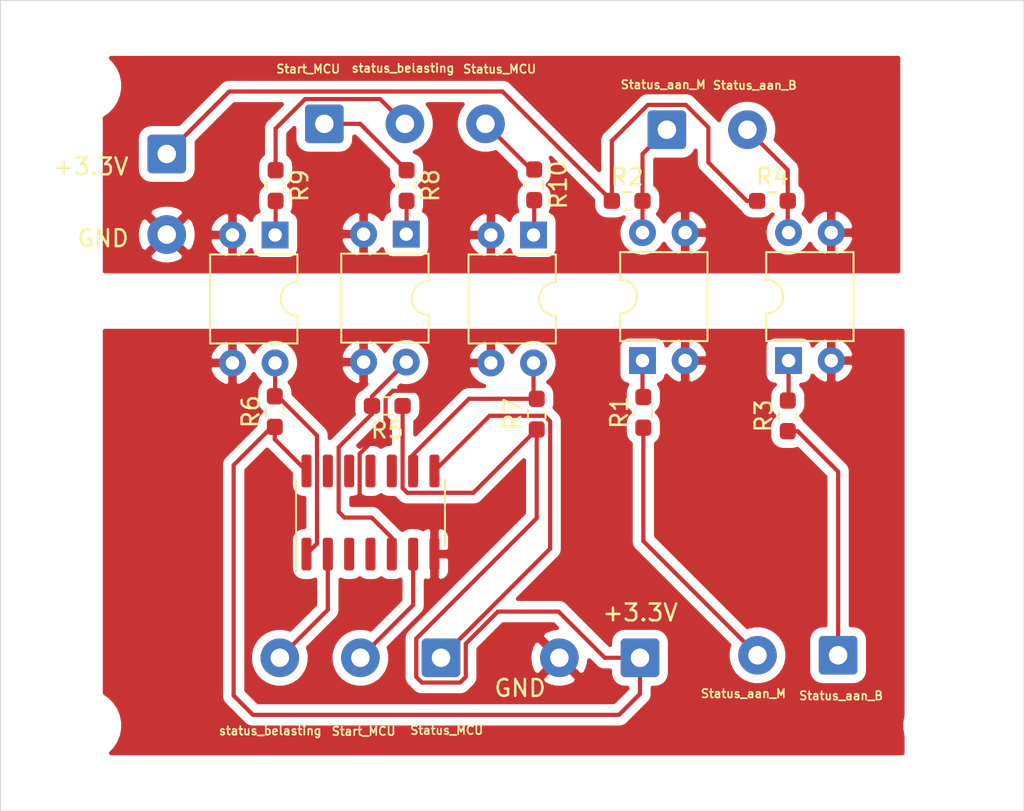
<source format=kicad_pcb>
(kicad_pcb (version 20171130) (host pcbnew "(5.1.7)-1")

  (general
    (thickness 1.6)
    (drawings 18)
    (tracks 116)
    (zones 0)
    (modules 26)
    (nets 29)
  )

  (page A4)
  (layers
    (0 F.Cu signal)
    (31 B.Cu signal)
    (32 B.Adhes user)
    (33 F.Adhes user)
    (34 B.Paste user)
    (35 F.Paste user)
    (36 B.SilkS user)
    (37 F.SilkS user)
    (38 B.Mask user)
    (39 F.Mask user)
    (40 Dwgs.User user)
    (41 Cmts.User user)
    (42 Eco1.User user)
    (43 Eco2.User user)
    (44 Edge.Cuts user)
    (45 Margin user)
    (46 B.CrtYd user)
    (47 F.CrtYd user)
    (48 B.Fab user)
    (49 F.Fab user hide)
  )

  (setup
    (last_trace_width 0.25)
    (trace_clearance 0.2)
    (zone_clearance 0.508)
    (zone_45_only no)
    (trace_min 0.25)
    (via_size 0.8)
    (via_drill 0.4)
    (via_min_size 0.4)
    (via_min_drill 0.3)
    (uvia_size 0.3)
    (uvia_drill 0.1)
    (uvias_allowed no)
    (uvia_min_size 0.2)
    (uvia_min_drill 0.1)
    (edge_width 0.05)
    (segment_width 0.2)
    (pcb_text_width 0.3)
    (pcb_text_size 1.5 1.5)
    (mod_edge_width 0.12)
    (mod_text_size 1 1)
    (mod_text_width 0.15)
    (pad_size 1.524 1.524)
    (pad_drill 0.762)
    (pad_to_mask_clearance 0)
    (aux_axis_origin 0 0)
    (visible_elements 7FFFFFFF)
    (pcbplotparams
      (layerselection 0x010fc_ffffffff)
      (usegerberextensions false)
      (usegerberattributes true)
      (usegerberadvancedattributes true)
      (creategerberjobfile true)
      (excludeedgelayer true)
      (linewidth 0.150000)
      (plotframeref false)
      (viasonmask false)
      (mode 1)
      (useauxorigin false)
      (hpglpennumber 1)
      (hpglpenspeed 20)
      (hpglpendiameter 15.000000)
      (psnegative false)
      (psa4output false)
      (plotreference true)
      (plotvalue true)
      (plotinvisibletext false)
      (padsonsilk false)
      (subtractmaskfromsilk false)
      (outputformat 1)
      (mirror false)
      (drillshape 1)
      (scaleselection 1)
      (outputdirectory ""))
  )

  (net 0 "")
  (net 1 "Net-(R10-Pad1)")
  (net 2 "Net-(R9-Pad1)")
  (net 3 "Net-(R8-Pad1)")
  (net 4 "Net-(R1-Pad2)")
  (net 5 "Net-(R1-Pad1)")
  (net 6 "Net-(R2-Pad2)")
  (net 7 +3.3VP)
  (net 8 "Net-(R3-Pad2)")
  (net 9 "Net-(R3-Pad1)")
  (net 10 "Net-(R4-Pad2)")
  (net 11 In1)
  (net 12 +3V3)
  (net 13 In2)
  (net 14 In3)
  (net 15 "Net-(R8-Pad2)")
  (net 16 "Net-(R9-Pad2)")
  (net 17 "Net-(R10-Pad2)")
  (net 18 Out1)
  (net 19 Out2)
  (net 20 Out3)
  (net 21 "Net-(U1-Pad13)")
  (net 22 "Net-(U1-Pad12)")
  (net 23 "Net-(U1-Pad11)")
  (net 24 "Net-(U1-Pad10)")
  (net 25 GND1)
  (net 26 "Net-(U1-Pad4)")
  (net 27 "Net-(U1-Pad3)")
  (net 28 GNDS)

  (net_class Default "This is the default net class."
    (clearance 0.2)
    (trace_width 0.25)
    (via_dia 0.8)
    (via_drill 0.4)
    (uvia_dia 0.3)
    (uvia_drill 0.1)
    (add_net +3.3VP)
    (add_net +3V3)
    (add_net GND1)
    (add_net GNDS)
    (add_net In1)
    (add_net In2)
    (add_net In3)
    (add_net "Net-(R1-Pad1)")
    (add_net "Net-(R1-Pad2)")
    (add_net "Net-(R10-Pad1)")
    (add_net "Net-(R10-Pad2)")
    (add_net "Net-(R2-Pad2)")
    (add_net "Net-(R3-Pad1)")
    (add_net "Net-(R3-Pad2)")
    (add_net "Net-(R4-Pad2)")
    (add_net "Net-(R8-Pad1)")
    (add_net "Net-(R8-Pad2)")
    (add_net "Net-(R9-Pad1)")
    (add_net "Net-(R9-Pad2)")
    (add_net "Net-(U1-Pad10)")
    (add_net "Net-(U1-Pad11)")
    (add_net "Net-(U1-Pad12)")
    (add_net "Net-(U1-Pad13)")
    (add_net "Net-(U1-Pad3)")
    (add_net "Net-(U1-Pad4)")
    (add_net Out1)
    (add_net Out2)
    (add_net Out3)
  )

  (module MountingHole:MountingHole_3.2mm_M3 (layer F.Cu) (tedit 56D1B4CB) (tstamp 61B0F353)
    (at 161.29 170.18)
    (descr "Mounting Hole 3.2mm, no annular, M3")
    (tags "mounting hole 3.2mm no annular m3")
    (path /61CBAA0A)
    (attr virtual)
    (fp_text reference H2 (at 0 -4.2) (layer F.Fab) hide
      (effects (font (size 1 1) (thickness 0.15)))
    )
    (fp_text value MountingHole (at 0 4.2) (layer F.Fab)
      (effects (font (size 1 1) (thickness 0.15)))
    )
    (fp_circle (center 0 0) (end 3.2 0) (layer Cmts.User) (width 0.15))
    (fp_circle (center 0 0) (end 3.45 0) (layer F.CrtYd) (width 0.05))
    (fp_text user %R (at 0.3 0) (layer F.Fab)
      (effects (font (size 1 1) (thickness 0.15)))
    )
    (pad 1 np_thru_hole circle (at 0 0) (size 3.2 3.2) (drill 3.2) (layers *.Cu *.Mask))
  )

  (module MountingHole:MountingHole_3.2mm_M3 (layer F.Cu) (tedit 56D1B4CB) (tstamp 61B0F34C)
    (at 110.49 170.18)
    (descr "Mounting Hole 3.2mm, no annular, M3")
    (tags "mounting hole 3.2mm no annular m3")
    (path /61CBCD94)
    (attr virtual)
    (fp_text reference H4 (at 0 -4.2) (layer F.Fab) hide
      (effects (font (size 1 1) (thickness 0.15)))
    )
    (fp_text value MountingHole (at 0 4.2) (layer F.Fab)
      (effects (font (size 1 1) (thickness 0.15)))
    )
    (fp_circle (center 0 0) (end 3.2 0) (layer Cmts.User) (width 0.15))
    (fp_circle (center 0 0) (end 3.45 0) (layer F.CrtYd) (width 0.05))
    (fp_text user %R (at 0.3 0) (layer F.Fab)
      (effects (font (size 1 1) (thickness 0.15)))
    )
    (pad 1 np_thru_hole circle (at 0 0) (size 3.2 3.2) (drill 3.2) (layers *.Cu *.Mask))
  )

  (module MountingHole:MountingHole_3.2mm_M3 (layer F.Cu) (tedit 56D1B4CB) (tstamp 61B0F345)
    (at 110.49 132.08)
    (descr "Mounting Hole 3.2mm, no annular, M3")
    (tags "mounting hole 3.2mm no annular m3")
    (path /61CBBB69)
    (attr virtual)
    (fp_text reference H1 (at 0 -4.2) (layer F.Fab) hide
      (effects (font (size 1 1) (thickness 0.15)))
    )
    (fp_text value MountingHole (at 0 4.2) (layer F.Fab)
      (effects (font (size 1 1) (thickness 0.15)))
    )
    (fp_circle (center 0 0) (end 3.2 0) (layer Cmts.User) (width 0.15))
    (fp_circle (center 0 0) (end 3.45 0) (layer F.CrtYd) (width 0.05))
    (fp_text user %R (at 0.3 0) (layer F.Fab)
      (effects (font (size 1 1) (thickness 0.15)))
    )
    (pad 1 np_thru_hole circle (at 0 0) (size 3.2 3.2) (drill 3.2) (layers *.Cu *.Mask))
  )

  (module MountingHole:MountingHole_3.2mm_M3 (layer F.Cu) (tedit 56D1B4CB) (tstamp 61B0F33E)
    (at 161.29 132.08)
    (descr "Mounting Hole 3.2mm, no annular, M3")
    (tags "mounting hole 3.2mm no annular m3")
    (path /61CBA060)
    (attr virtual)
    (fp_text reference H3 (at 0 -4.2) (layer F.Fab) hide
      (effects (font (size 1 1) (thickness 0.15)))
    )
    (fp_text value MountingHole (at 0 4.2) (layer F.Fab)
      (effects (font (size 1 1) (thickness 0.15)))
    )
    (fp_circle (center 0 0) (end 3.2 0) (layer Cmts.User) (width 0.15))
    (fp_circle (center 0 0) (end 3.45 0) (layer F.CrtYd) (width 0.05))
    (fp_text user %R (at 0.3 0) (layer F.Fab)
      (effects (font (size 1 1) (thickness 0.15)))
    )
    (pad 1 np_thru_hole circle (at 0 0) (size 3.2 3.2) (drill 3.2) (layers *.Cu *.Mask))
  )

  (module Connector_Wire:SolderWire-0.5sqmm_1x02_P4.8mm_D0.9mm_OD2.3mm (layer F.Cu) (tedit 5EB70B44) (tstamp 61B0D727)
    (at 143.5 166.15 180)
    (descr "Soldered wire connection, for 2 times 0.5 mm² wires, reinforced insulation, conductor diameter 0.9mm, outer diameter 2.3mm, size source Multi-Contact FLEXI-xV 0.5 (https://ec.staubli.com/AcroFiles/Catalogues/TM_Cab-Main-11014119_(en)_hi.pdf), bend radius 3 times outer diameter, generated with kicad-footprint-generator")
    (tags "connector wire 0.5sqmm")
    (path /61B1D0CC)
    (attr virtual)
    (fp_text reference J1 (at 2.43856 -11.4976) (layer F.Fab) hide
      (effects (font (size 1 1) (thickness 0.15)))
    )
    (fp_text value Screw_Terminal_01x02 (at 2.4 2.35) (layer F.Fab)
      (effects (font (size 1 1) (thickness 0.15)))
    )
    (fp_line (start 6.7 -1.65) (end 2.9 -1.65) (layer F.CrtYd) (width 0.05))
    (fp_line (start 6.7 1.65) (end 6.7 -1.65) (layer F.CrtYd) (width 0.05))
    (fp_line (start 2.9 1.65) (end 6.7 1.65) (layer F.CrtYd) (width 0.05))
    (fp_line (start 2.9 -1.65) (end 2.9 1.65) (layer F.CrtYd) (width 0.05))
    (fp_line (start 1.9 -1.65) (end -1.9 -1.65) (layer F.CrtYd) (width 0.05))
    (fp_line (start 1.9 1.65) (end 1.9 -1.65) (layer F.CrtYd) (width 0.05))
    (fp_line (start -1.9 1.65) (end 1.9 1.65) (layer F.CrtYd) (width 0.05))
    (fp_line (start -1.9 -1.65) (end -1.9 1.65) (layer F.CrtYd) (width 0.05))
    (fp_circle (center 4.8 0) (end 5.95 0) (layer F.Fab) (width 0.1))
    (fp_circle (center 0 0) (end 1.15 0) (layer F.Fab) (width 0.1))
    (fp_text user %R (at 2.4 0 90) (layer F.Fab)
      (effects (font (size 0.82 0.82) (thickness 0.12)))
    )
    (pad 2 thru_hole circle (at 4.8 0 180) (size 2.3 2.3) (drill 1.1) (layers *.Cu *.Mask)
      (net 25 GND1))
    (pad 1 thru_hole roundrect (at 0 0 180) (size 2.3 2.3) (drill 1.1) (layers *.Cu *.Mask) (roundrect_rratio 0.108696)
      (net 12 +3V3))
    (model ${KISYS3DMOD}/Connector_Wire.3dshapes/SolderWire-0.5sqmm_1x02_P4.8mm_D0.9mm_OD2.3mm.wrl
      (at (xyz 0 0 0))
      (scale (xyz 1 1 1))
      (rotate (xyz 0 0 0))
    )
  )

  (module Package_DIP:DIP-4_W7.62mm (layer F.Cu) (tedit 5A02E8C5) (tstamp 61B0D8B3)
    (at 152.35 148.45 90)
    (descr "4-lead though-hole mounted DIP package, row spacing 7.62 mm (300 mils)")
    (tags "THT DIP DIL PDIP 2.54mm 7.62mm 300mil")
    (path /61B03963)
    (fp_text reference U8 (at 3.67 -2.5916 90) (layer F.Fab) hide
      (effects (font (size 1 1) (thickness 0.15)))
    )
    (fp_text value PC817 (at 3.81 4.87 90) (layer F.Fab)
      (effects (font (size 1 1) (thickness 0.15)))
    )
    (fp_line (start 8.7 -1.55) (end -1.1 -1.55) (layer F.CrtYd) (width 0.05))
    (fp_line (start 8.7 4.1) (end 8.7 -1.55) (layer F.CrtYd) (width 0.05))
    (fp_line (start -1.1 4.1) (end 8.7 4.1) (layer F.CrtYd) (width 0.05))
    (fp_line (start -1.1 -1.55) (end -1.1 4.1) (layer F.CrtYd) (width 0.05))
    (fp_line (start 6.46 -1.33) (end 4.81 -1.33) (layer F.SilkS) (width 0.12))
    (fp_line (start 6.46 3.87) (end 6.46 -1.33) (layer F.SilkS) (width 0.12))
    (fp_line (start 1.16 3.87) (end 6.46 3.87) (layer F.SilkS) (width 0.12))
    (fp_line (start 1.16 -1.33) (end 1.16 3.87) (layer F.SilkS) (width 0.12))
    (fp_line (start 2.81 -1.33) (end 1.16 -1.33) (layer F.SilkS) (width 0.12))
    (fp_line (start 0.635 -0.27) (end 1.635 -1.27) (layer F.Fab) (width 0.1))
    (fp_line (start 0.635 3.81) (end 0.635 -0.27) (layer F.Fab) (width 0.1))
    (fp_line (start 6.985 3.81) (end 0.635 3.81) (layer F.Fab) (width 0.1))
    (fp_line (start 6.985 -1.27) (end 6.985 3.81) (layer F.Fab) (width 0.1))
    (fp_line (start 1.635 -1.27) (end 6.985 -1.27) (layer F.Fab) (width 0.1))
    (fp_text user %R (at 3.81 1.27 90) (layer F.Fab)
      (effects (font (size 1 1) (thickness 0.15)))
    )
    (fp_arc (start 3.81 -1.33) (end 2.81 -1.33) (angle -180) (layer F.SilkS) (width 0.12))
    (pad 4 thru_hole oval (at 7.62 0 90) (size 1.6 1.6) (drill 0.8) (layers *.Cu *.Mask)
      (net 10 "Net-(R4-Pad2)"))
    (pad 2 thru_hole oval (at 0 2.54 90) (size 1.6 1.6) (drill 0.8) (layers *.Cu *.Mask)
      (net 25 GND1))
    (pad 3 thru_hole oval (at 7.62 2.54 90) (size 1.6 1.6) (drill 0.8) (layers *.Cu *.Mask)
      (net 28 GNDS))
    (pad 1 thru_hole rect (at 0 0 90) (size 1.6 1.6) (drill 0.8) (layers *.Cu *.Mask)
      (net 8 "Net-(R3-Pad2)"))
    (model ${KISYS3DMOD}/Package_DIP.3dshapes/DIP-4_W7.62mm.wrl
      (at (xyz 0 0 0))
      (scale (xyz 1 1 1))
      (rotate (xyz 0 0 0))
    )
  )

  (module Package_DIP:DIP-4_W7.62mm (layer F.Cu) (tedit 5A02E8C5) (tstamp 61B0D89B)
    (at 143.65 148.45 90)
    (descr "4-lead though-hole mounted DIP package, row spacing 7.62 mm (300 mils)")
    (tags "THT DIP DIL PDIP 2.54mm 7.62mm 300mil")
    (path /61B029CA)
    (fp_text reference U7 (at 3.81 -2.33 90) (layer F.Fab) hide
      (effects (font (size 1 1) (thickness 0.15)))
    )
    (fp_text value PC817 (at 3.81 4.87 90) (layer F.Fab)
      (effects (font (size 1 1) (thickness 0.15)))
    )
    (fp_line (start 8.7 -1.55) (end -1.1 -1.55) (layer F.CrtYd) (width 0.05))
    (fp_line (start 8.7 4.1) (end 8.7 -1.55) (layer F.CrtYd) (width 0.05))
    (fp_line (start -1.1 4.1) (end 8.7 4.1) (layer F.CrtYd) (width 0.05))
    (fp_line (start -1.1 -1.55) (end -1.1 4.1) (layer F.CrtYd) (width 0.05))
    (fp_line (start 6.46 -1.33) (end 4.81 -1.33) (layer F.SilkS) (width 0.12))
    (fp_line (start 6.46 3.87) (end 6.46 -1.33) (layer F.SilkS) (width 0.12))
    (fp_line (start 1.16 3.87) (end 6.46 3.87) (layer F.SilkS) (width 0.12))
    (fp_line (start 1.16 -1.33) (end 1.16 3.87) (layer F.SilkS) (width 0.12))
    (fp_line (start 2.81 -1.33) (end 1.16 -1.33) (layer F.SilkS) (width 0.12))
    (fp_line (start 0.635 -0.27) (end 1.635 -1.27) (layer F.Fab) (width 0.1))
    (fp_line (start 0.635 3.81) (end 0.635 -0.27) (layer F.Fab) (width 0.1))
    (fp_line (start 6.985 3.81) (end 0.635 3.81) (layer F.Fab) (width 0.1))
    (fp_line (start 6.985 -1.27) (end 6.985 3.81) (layer F.Fab) (width 0.1))
    (fp_line (start 1.635 -1.27) (end 6.985 -1.27) (layer F.Fab) (width 0.1))
    (fp_text user %R (at 3.81 1.27 90) (layer F.Fab)
      (effects (font (size 1 1) (thickness 0.15)))
    )
    (fp_arc (start 3.81 -1.33) (end 2.81 -1.33) (angle -180) (layer F.SilkS) (width 0.12))
    (pad 4 thru_hole oval (at 7.62 0 90) (size 1.6 1.6) (drill 0.8) (layers *.Cu *.Mask)
      (net 6 "Net-(R2-Pad2)"))
    (pad 2 thru_hole oval (at 0 2.54 90) (size 1.6 1.6) (drill 0.8) (layers *.Cu *.Mask)
      (net 25 GND1))
    (pad 3 thru_hole oval (at 7.62 2.54 90) (size 1.6 1.6) (drill 0.8) (layers *.Cu *.Mask)
      (net 28 GNDS))
    (pad 1 thru_hole rect (at 0 0 90) (size 1.6 1.6) (drill 0.8) (layers *.Cu *.Mask)
      (net 4 "Net-(R1-Pad2)"))
    (model ${KISYS3DMOD}/Package_DIP.3dshapes/DIP-4_W7.62mm.wrl
      (at (xyz 0 0 0))
      (scale (xyz 1 1 1))
      (rotate (xyz 0 0 0))
    )
  )

  (module Package_DIP:DIP-4_W7.62mm (layer F.Cu) (tedit 5A02E8C5) (tstamp 61B0D883)
    (at 137.16 140.97 270)
    (descr "4-lead though-hole mounted DIP package, row spacing 7.62 mm (300 mils)")
    (tags "THT DIP DIL PDIP 2.54mm 7.62mm 300mil")
    (path /61B52506)
    (fp_text reference U4 (at 3.81 -2.33 90) (layer F.Fab) hide
      (effects (font (size 1 1) (thickness 0.15)))
    )
    (fp_text value PC817 (at 3.81 4.87 90) (layer F.Fab)
      (effects (font (size 1 1) (thickness 0.15)))
    )
    (fp_line (start 8.7 -1.55) (end -1.1 -1.55) (layer F.CrtYd) (width 0.05))
    (fp_line (start 8.7 4.1) (end 8.7 -1.55) (layer F.CrtYd) (width 0.05))
    (fp_line (start -1.1 4.1) (end 8.7 4.1) (layer F.CrtYd) (width 0.05))
    (fp_line (start -1.1 -1.55) (end -1.1 4.1) (layer F.CrtYd) (width 0.05))
    (fp_line (start 6.46 -1.33) (end 4.81 -1.33) (layer F.SilkS) (width 0.12))
    (fp_line (start 6.46 3.87) (end 6.46 -1.33) (layer F.SilkS) (width 0.12))
    (fp_line (start 1.16 3.87) (end 6.46 3.87) (layer F.SilkS) (width 0.12))
    (fp_line (start 1.16 -1.33) (end 1.16 3.87) (layer F.SilkS) (width 0.12))
    (fp_line (start 2.81 -1.33) (end 1.16 -1.33) (layer F.SilkS) (width 0.12))
    (fp_line (start 0.635 -0.27) (end 1.635 -1.27) (layer F.Fab) (width 0.1))
    (fp_line (start 0.635 3.81) (end 0.635 -0.27) (layer F.Fab) (width 0.1))
    (fp_line (start 6.985 3.81) (end 0.635 3.81) (layer F.Fab) (width 0.1))
    (fp_line (start 6.985 -1.27) (end 6.985 3.81) (layer F.Fab) (width 0.1))
    (fp_line (start 1.635 -1.27) (end 6.985 -1.27) (layer F.Fab) (width 0.1))
    (fp_text user %R (at 3.81 1.27 90) (layer F.Fab)
      (effects (font (size 1 1) (thickness 0.15)))
    )
    (fp_arc (start 3.81 -1.33) (end 2.81 -1.33) (angle -180) (layer F.SilkS) (width 0.12))
    (pad 4 thru_hole oval (at 7.62 0 270) (size 1.6 1.6) (drill 0.8) (layers *.Cu *.Mask)
      (net 14 In3))
    (pad 2 thru_hole oval (at 0 2.54 270) (size 1.6 1.6) (drill 0.8) (layers *.Cu *.Mask)
      (net 28 GNDS))
    (pad 3 thru_hole oval (at 7.62 2.54 270) (size 1.6 1.6) (drill 0.8) (layers *.Cu *.Mask)
      (net 25 GND1))
    (pad 1 thru_hole rect (at 0 0 270) (size 1.6 1.6) (drill 0.8) (layers *.Cu *.Mask)
      (net 17 "Net-(R10-Pad2)"))
    (model ${KISYS3DMOD}/Package_DIP.3dshapes/DIP-4_W7.62mm.wrl
      (at (xyz 0 0 0))
      (scale (xyz 1 1 1))
      (rotate (xyz 0 0 0))
    )
  )

  (module Package_DIP:DIP-4_W7.62mm (layer F.Cu) (tedit 5A02E8C5) (tstamp 61B0D86B)
    (at 121.77 140.97 270)
    (descr "4-lead though-hole mounted DIP package, row spacing 7.62 mm (300 mils)")
    (tags "THT DIP DIL PDIP 2.54mm 7.62mm 300mil")
    (path /61B5252F)
    (fp_text reference U3 (at 3.81 -2.33 90) (layer F.Fab) hide
      (effects (font (size 1 1) (thickness 0.15)))
    )
    (fp_text value PC817 (at 3.81 4.87 90) (layer F.Fab)
      (effects (font (size 1 1) (thickness 0.15)))
    )
    (fp_line (start 8.7 -1.55) (end -1.1 -1.55) (layer F.CrtYd) (width 0.05))
    (fp_line (start 8.7 4.1) (end 8.7 -1.55) (layer F.CrtYd) (width 0.05))
    (fp_line (start -1.1 4.1) (end 8.7 4.1) (layer F.CrtYd) (width 0.05))
    (fp_line (start -1.1 -1.55) (end -1.1 4.1) (layer F.CrtYd) (width 0.05))
    (fp_line (start 6.46 -1.33) (end 4.81 -1.33) (layer F.SilkS) (width 0.12))
    (fp_line (start 6.46 3.87) (end 6.46 -1.33) (layer F.SilkS) (width 0.12))
    (fp_line (start 1.16 3.87) (end 6.46 3.87) (layer F.SilkS) (width 0.12))
    (fp_line (start 1.16 -1.33) (end 1.16 3.87) (layer F.SilkS) (width 0.12))
    (fp_line (start 2.81 -1.33) (end 1.16 -1.33) (layer F.SilkS) (width 0.12))
    (fp_line (start 0.635 -0.27) (end 1.635 -1.27) (layer F.Fab) (width 0.1))
    (fp_line (start 0.635 3.81) (end 0.635 -0.27) (layer F.Fab) (width 0.1))
    (fp_line (start 6.985 3.81) (end 0.635 3.81) (layer F.Fab) (width 0.1))
    (fp_line (start 6.985 -1.27) (end 6.985 3.81) (layer F.Fab) (width 0.1))
    (fp_line (start 1.635 -1.27) (end 6.985 -1.27) (layer F.Fab) (width 0.1))
    (fp_text user %R (at 3.81 1.27 90) (layer F.Fab)
      (effects (font (size 1 1) (thickness 0.15)))
    )
    (fp_arc (start 3.81 -1.33) (end 2.81 -1.33) (angle -180) (layer F.SilkS) (width 0.12))
    (pad 4 thru_hole oval (at 7.62 0 270) (size 1.6 1.6) (drill 0.8) (layers *.Cu *.Mask)
      (net 11 In1))
    (pad 2 thru_hole oval (at 0 2.54 270) (size 1.6 1.6) (drill 0.8) (layers *.Cu *.Mask)
      (net 28 GNDS))
    (pad 3 thru_hole oval (at 7.62 2.54 270) (size 1.6 1.6) (drill 0.8) (layers *.Cu *.Mask)
      (net 25 GND1))
    (pad 1 thru_hole rect (at 0 0 270) (size 1.6 1.6) (drill 0.8) (layers *.Cu *.Mask)
      (net 16 "Net-(R9-Pad2)"))
    (model ${KISYS3DMOD}/Package_DIP.3dshapes/DIP-4_W7.62mm.wrl
      (at (xyz 0 0 0))
      (scale (xyz 1 1 1))
      (rotate (xyz 0 0 0))
    )
  )

  (module Package_DIP:DIP-4_W7.62mm (layer F.Cu) (tedit 5A02E8C5) (tstamp 61B0D853)
    (at 129.58 140.92 270)
    (descr "4-lead though-hole mounted DIP package, row spacing 7.62 mm (300 mils)")
    (tags "THT DIP DIL PDIP 2.54mm 7.62mm 300mil")
    (path /61B52558)
    (fp_text reference U2 (at 3.81 -2.33 90) (layer F.Fab) hide
      (effects (font (size 1 1) (thickness 0.15)))
    )
    (fp_text value PC817 (at 3.81 4.87 90) (layer F.Fab)
      (effects (font (size 1 1) (thickness 0.15)))
    )
    (fp_line (start 8.7 -1.55) (end -1.1 -1.55) (layer F.CrtYd) (width 0.05))
    (fp_line (start 8.7 4.1) (end 8.7 -1.55) (layer F.CrtYd) (width 0.05))
    (fp_line (start -1.1 4.1) (end 8.7 4.1) (layer F.CrtYd) (width 0.05))
    (fp_line (start -1.1 -1.55) (end -1.1 4.1) (layer F.CrtYd) (width 0.05))
    (fp_line (start 6.46 -1.33) (end 4.81 -1.33) (layer F.SilkS) (width 0.12))
    (fp_line (start 6.46 3.87) (end 6.46 -1.33) (layer F.SilkS) (width 0.12))
    (fp_line (start 1.16 3.87) (end 6.46 3.87) (layer F.SilkS) (width 0.12))
    (fp_line (start 1.16 -1.33) (end 1.16 3.87) (layer F.SilkS) (width 0.12))
    (fp_line (start 2.81 -1.33) (end 1.16 -1.33) (layer F.SilkS) (width 0.12))
    (fp_line (start 0.635 -0.27) (end 1.635 -1.27) (layer F.Fab) (width 0.1))
    (fp_line (start 0.635 3.81) (end 0.635 -0.27) (layer F.Fab) (width 0.1))
    (fp_line (start 6.985 3.81) (end 0.635 3.81) (layer F.Fab) (width 0.1))
    (fp_line (start 6.985 -1.27) (end 6.985 3.81) (layer F.Fab) (width 0.1))
    (fp_line (start 1.635 -1.27) (end 6.985 -1.27) (layer F.Fab) (width 0.1))
    (fp_text user %R (at 3.81 1.27 90) (layer F.Fab)
      (effects (font (size 1 1) (thickness 0.15)))
    )
    (fp_arc (start 3.81 -1.33) (end 2.81 -1.33) (angle -180) (layer F.SilkS) (width 0.12))
    (pad 4 thru_hole oval (at 7.62 0 270) (size 1.6 1.6) (drill 0.8) (layers *.Cu *.Mask)
      (net 13 In2))
    (pad 2 thru_hole oval (at 0 2.54 270) (size 1.6 1.6) (drill 0.8) (layers *.Cu *.Mask)
      (net 28 GNDS))
    (pad 3 thru_hole oval (at 7.62 2.54 270) (size 1.6 1.6) (drill 0.8) (layers *.Cu *.Mask)
      (net 25 GND1))
    (pad 1 thru_hole rect (at 0 0 270) (size 1.6 1.6) (drill 0.8) (layers *.Cu *.Mask)
      (net 15 "Net-(R8-Pad2)"))
    (model ${KISYS3DMOD}/Package_DIP.3dshapes/DIP-4_W7.62mm.wrl
      (at (xyz 0 0 0))
      (scale (xyz 1 1 1))
      (rotate (xyz 0 0 0))
    )
  )

  (module Package_SO:SO-14_3.9x8.65mm_P1.27mm (layer F.Cu) (tedit 5F427CE7) (tstamp 61B0D83B)
    (at 127.45 157.5 90)
    (descr "SO, 14 Pin (https://www.st.com/resource/en/datasheet/l6491.pdf), generated with kicad-footprint-generator ipc_gullwing_generator.py")
    (tags "SO SO")
    (path /61B3E169)
    (attr smd)
    (fp_text reference U1 (at 0 -5.28 90) (layer F.Fab) hide
      (effects (font (size 1 1) (thickness 0.15)))
    )
    (fp_text value Testcomponent_PEE30 (at 0 5.28 90) (layer F.Fab)
      (effects (font (size 1 1) (thickness 0.15)))
    )
    (fp_line (start 3.7 -4.58) (end -3.7 -4.58) (layer F.CrtYd) (width 0.05))
    (fp_line (start 3.7 4.58) (end 3.7 -4.58) (layer F.CrtYd) (width 0.05))
    (fp_line (start -3.7 4.58) (end 3.7 4.58) (layer F.CrtYd) (width 0.05))
    (fp_line (start -3.7 -4.58) (end -3.7 4.58) (layer F.CrtYd) (width 0.05))
    (fp_line (start -1.95 -3.35) (end -0.975 -4.325) (layer F.Fab) (width 0.1))
    (fp_line (start -1.95 4.325) (end -1.95 -3.35) (layer F.Fab) (width 0.1))
    (fp_line (start 1.95 4.325) (end -1.95 4.325) (layer F.Fab) (width 0.1))
    (fp_line (start 1.95 -4.325) (end 1.95 4.325) (layer F.Fab) (width 0.1))
    (fp_line (start -0.975 -4.325) (end 1.95 -4.325) (layer F.Fab) (width 0.1))
    (fp_line (start 0 -4.435) (end -3.45 -4.435) (layer F.SilkS) (width 0.12))
    (fp_line (start 0 -4.435) (end 1.95 -4.435) (layer F.SilkS) (width 0.12))
    (fp_line (start 0 4.435) (end -1.95 4.435) (layer F.SilkS) (width 0.12))
    (fp_line (start 0 4.435) (end 1.95 4.435) (layer F.SilkS) (width 0.12))
    (fp_text user %R (at 0 0 90) (layer F.Fab)
      (effects (font (size 0.98 0.98) (thickness 0.15)))
    )
    (pad 14 smd roundrect (at 2.475 -3.81 90) (size 1.95 0.6) (layers F.Cu F.Paste F.Mask) (roundrect_rratio 0.25)
      (net 12 +3V3))
    (pad 13 smd roundrect (at 2.475 -2.54 90) (size 1.95 0.6) (layers F.Cu F.Paste F.Mask) (roundrect_rratio 0.25)
      (net 21 "Net-(U1-Pad13)"))
    (pad 12 smd roundrect (at 2.475 -1.27 90) (size 1.95 0.6) (layers F.Cu F.Paste F.Mask) (roundrect_rratio 0.25)
      (net 22 "Net-(U1-Pad12)"))
    (pad 11 smd roundrect (at 2.475 0 90) (size 1.95 0.6) (layers F.Cu F.Paste F.Mask) (roundrect_rratio 0.25)
      (net 23 "Net-(U1-Pad11)"))
    (pad 10 smd roundrect (at 2.475 1.27 90) (size 1.95 0.6) (layers F.Cu F.Paste F.Mask) (roundrect_rratio 0.25)
      (net 24 "Net-(U1-Pad10)"))
    (pad 9 smd roundrect (at 2.475 2.54 90) (size 1.95 0.6) (layers F.Cu F.Paste F.Mask) (roundrect_rratio 0.25)
      (net 14 In3))
    (pad 8 smd roundrect (at 2.475 3.81 90) (size 1.95 0.6) (layers F.Cu F.Paste F.Mask) (roundrect_rratio 0.25)
      (net 20 Out3))
    (pad 7 smd roundrect (at -2.475 3.81 90) (size 1.95 0.6) (layers F.Cu F.Paste F.Mask) (roundrect_rratio 0.25)
      (net 25 GND1))
    (pad 6 smd roundrect (at -2.475 2.54 90) (size 1.95 0.6) (layers F.Cu F.Paste F.Mask) (roundrect_rratio 0.25)
      (net 19 Out2))
    (pad 5 smd roundrect (at -2.475 1.27 90) (size 1.95 0.6) (layers F.Cu F.Paste F.Mask) (roundrect_rratio 0.25)
      (net 13 In2))
    (pad 4 smd roundrect (at -2.475 0 90) (size 1.95 0.6) (layers F.Cu F.Paste F.Mask) (roundrect_rratio 0.25)
      (net 26 "Net-(U1-Pad4)"))
    (pad 3 smd roundrect (at -2.475 -1.27 90) (size 1.95 0.6) (layers F.Cu F.Paste F.Mask) (roundrect_rratio 0.25)
      (net 27 "Net-(U1-Pad3)"))
    (pad 2 smd roundrect (at -2.475 -2.54 90) (size 1.95 0.6) (layers F.Cu F.Paste F.Mask) (roundrect_rratio 0.25)
      (net 18 Out1))
    (pad 1 smd roundrect (at -2.475 -3.81 90) (size 1.95 0.6) (layers F.Cu F.Paste F.Mask) (roundrect_rratio 0.25)
      (net 11 In1))
    (model ${KISYS3DMOD}/Package_SO.3dshapes/SO-14_3.9x8.65mm_P1.27mm.wrl
      (at (xyz 0 0 0))
      (scale (xyz 1 1 1))
      (rotate (xyz 0 0 0))
    )
  )

  (module Connector_Wire:SolderWire-0.5sqmm_1x02_P4.8mm_D0.9mm_OD2.3mm (layer F.Cu) (tedit 5EB70B44) (tstamp 61B0D81B)
    (at 145.1 134.7)
    (descr "Soldered wire connection, for 2 times 0.5 mm² wires, reinforced insulation, conductor diameter 0.9mm, outer diameter 2.3mm, size source Multi-Contact FLEXI-xV 0.5 (https://ec.staubli.com/AcroFiles/Catalogues/TM_Cab-Main-11014119_(en)_hi.pdf), bend radius 3 times outer diameter, generated with kicad-footprint-generator")
    (tags "connector wire 0.5sqmm")
    (path /61B1FCFA)
    (attr virtual)
    (fp_text reference TTL_Output1 (at 2.73816 -12.6276) (layer F.Fab) hide
      (effects (font (size 1 1) (thickness 0.15)))
    )
    (fp_text value Screw_Terminal_01x02 (at 2.4 2.35) (layer F.Fab)
      (effects (font (size 1 1) (thickness 0.15)))
    )
    (fp_line (start 6.7 -1.65) (end 2.9 -1.65) (layer F.CrtYd) (width 0.05))
    (fp_line (start 6.7 1.65) (end 6.7 -1.65) (layer F.CrtYd) (width 0.05))
    (fp_line (start 2.9 1.65) (end 6.7 1.65) (layer F.CrtYd) (width 0.05))
    (fp_line (start 2.9 -1.65) (end 2.9 1.65) (layer F.CrtYd) (width 0.05))
    (fp_line (start 1.9 -1.65) (end -1.9 -1.65) (layer F.CrtYd) (width 0.05))
    (fp_line (start 1.9 1.65) (end 1.9 -1.65) (layer F.CrtYd) (width 0.05))
    (fp_line (start -1.9 1.65) (end 1.9 1.65) (layer F.CrtYd) (width 0.05))
    (fp_line (start -1.9 -1.65) (end -1.9 1.65) (layer F.CrtYd) (width 0.05))
    (fp_circle (center 4.8 0) (end 5.95 0) (layer F.Fab) (width 0.1))
    (fp_circle (center 0 0) (end 1.15 0) (layer F.Fab) (width 0.1))
    (fp_text user %R (at 2.4 0 90) (layer F.Fab)
      (effects (font (size 0.82 0.82) (thickness 0.12)))
    )
    (pad 2 thru_hole circle (at 4.8 0) (size 2.3 2.3) (drill 1.1) (layers *.Cu *.Mask)
      (net 10 "Net-(R4-Pad2)"))
    (pad 1 thru_hole roundrect (at 0 0) (size 2.3 2.3) (drill 1.1) (layers *.Cu *.Mask) (roundrect_rratio 0.108696)
      (net 6 "Net-(R2-Pad2)"))
    (model ${KISYS3DMOD}/Connector_Wire.3dshapes/SolderWire-0.5sqmm_1x02_P4.8mm_D0.9mm_OD2.3mm.wrl
      (at (xyz 0 0 0))
      (scale (xyz 1 1 1))
      (rotate (xyz 0 0 0))
    )
  )

  (module Connector_Wire:SolderWire-0.5sqmm_1x02_P4.8mm_D0.9mm_OD2.3mm (layer F.Cu) (tedit 5EB70B44) (tstamp 61B0D80A)
    (at 155.3 166 180)
    (descr "Soldered wire connection, for 2 times 0.5 mm² wires, reinforced insulation, conductor diameter 0.9mm, outer diameter 2.3mm, size source Multi-Contact FLEXI-xV 0.5 (https://ec.staubli.com/AcroFiles/Catalogues/TM_Cab-Main-11014119_(en)_hi.pdf), bend radius 3 times outer diameter, generated with kicad-footprint-generator")
    (tags "connector wire 0.5sqmm")
    (path /61B1E740)
    (attr virtual)
    (fp_text reference TTL_MSP-kant_2 (at 7.22308 -17.12892) (layer F.Fab) hide
      (effects (font (size 1 1) (thickness 0.15)))
    )
    (fp_text value Screw_Terminal_01x02 (at 2.4 2.35) (layer F.Fab)
      (effects (font (size 1 1) (thickness 0.15)))
    )
    (fp_line (start 6.7 -1.65) (end 2.9 -1.65) (layer F.CrtYd) (width 0.05))
    (fp_line (start 6.7 1.65) (end 6.7 -1.65) (layer F.CrtYd) (width 0.05))
    (fp_line (start 2.9 1.65) (end 6.7 1.65) (layer F.CrtYd) (width 0.05))
    (fp_line (start 2.9 -1.65) (end 2.9 1.65) (layer F.CrtYd) (width 0.05))
    (fp_line (start 1.9 -1.65) (end -1.9 -1.65) (layer F.CrtYd) (width 0.05))
    (fp_line (start 1.9 1.65) (end 1.9 -1.65) (layer F.CrtYd) (width 0.05))
    (fp_line (start -1.9 1.65) (end 1.9 1.65) (layer F.CrtYd) (width 0.05))
    (fp_line (start -1.9 -1.65) (end -1.9 1.65) (layer F.CrtYd) (width 0.05))
    (fp_circle (center 4.8 0) (end 5.95 0) (layer F.Fab) (width 0.1))
    (fp_circle (center 0 0) (end 1.15 0) (layer F.Fab) (width 0.1))
    (fp_text user %R (at 2.4 0 90) (layer F.Fab)
      (effects (font (size 0.82 0.82) (thickness 0.12)))
    )
    (pad 2 thru_hole circle (at 4.8 0 180) (size 2.3 2.3) (drill 1.1) (layers *.Cu *.Mask)
      (net 5 "Net-(R1-Pad1)"))
    (pad 1 thru_hole roundrect (at 0 0 180) (size 2.3 2.3) (drill 1.1) (layers *.Cu *.Mask) (roundrect_rratio 0.108696)
      (net 9 "Net-(R3-Pad1)"))
    (model ${KISYS3DMOD}/Connector_Wire.3dshapes/SolderWire-0.5sqmm_1x02_P4.8mm_D0.9mm_OD2.3mm.wrl
      (at (xyz 0 0 0))
      (scale (xyz 1 1 1))
      (rotate (xyz 0 0 0))
    )
  )

  (module Connector_Wire:SolderWire-0.5sqmm_1x03_P4.8mm_D0.9mm_OD2.3mm (layer F.Cu) (tedit 5EB70B44) (tstamp 61B0D7F9)
    (at 131.65 166.15 180)
    (descr "Soldered wire connection, for 3 times 0.5 mm² wires, reinforced insulation, conductor diameter 0.9mm, outer diameter 2.3mm, size source Multi-Contact FLEXI-xV 0.5 (https://ec.staubli.com/AcroFiles/Catalogues/TM_Cab-Main-11014119_(en)_hi.pdf), bend radius 3 times outer diameter, generated with kicad-footprint-generator")
    (tags "connector wire 0.5sqmm")
    (path /61B5A5CA)
    (attr virtual)
    (fp_text reference TTL_MSP-kant_1 (at 4.8024 -13.9868) (layer F.Fab) hide
      (effects (font (size 1 1) (thickness 0.15)))
    )
    (fp_text value Screw_Terminal_01x03 (at 4.8 2.35) (layer F.Fab)
      (effects (font (size 1 1) (thickness 0.15)))
    )
    (fp_line (start 11.5 -1.65) (end 7.7 -1.65) (layer F.CrtYd) (width 0.05))
    (fp_line (start 11.5 1.65) (end 11.5 -1.65) (layer F.CrtYd) (width 0.05))
    (fp_line (start 7.7 1.65) (end 11.5 1.65) (layer F.CrtYd) (width 0.05))
    (fp_line (start 7.7 -1.65) (end 7.7 1.65) (layer F.CrtYd) (width 0.05))
    (fp_line (start 6.7 -1.65) (end 2.9 -1.65) (layer F.CrtYd) (width 0.05))
    (fp_line (start 6.7 1.65) (end 6.7 -1.65) (layer F.CrtYd) (width 0.05))
    (fp_line (start 2.9 1.65) (end 6.7 1.65) (layer F.CrtYd) (width 0.05))
    (fp_line (start 2.9 -1.65) (end 2.9 1.65) (layer F.CrtYd) (width 0.05))
    (fp_line (start 1.9 -1.65) (end -1.9 -1.65) (layer F.CrtYd) (width 0.05))
    (fp_line (start 1.9 1.65) (end 1.9 -1.65) (layer F.CrtYd) (width 0.05))
    (fp_line (start -1.9 1.65) (end 1.9 1.65) (layer F.CrtYd) (width 0.05))
    (fp_line (start -1.9 -1.65) (end -1.9 1.65) (layer F.CrtYd) (width 0.05))
    (fp_circle (center 9.6 0) (end 10.75 0) (layer F.Fab) (width 0.1))
    (fp_circle (center 4.8 0) (end 5.95 0) (layer F.Fab) (width 0.1))
    (fp_circle (center 0 0) (end 1.15 0) (layer F.Fab) (width 0.1))
    (fp_text user %R (at 4.8 0) (layer F.Fab)
      (effects (font (size 0.58 0.58) (thickness 0.09)))
    )
    (pad 3 thru_hole circle (at 9.6 0 180) (size 2.3 2.3) (drill 1.1) (layers *.Cu *.Mask)
      (net 18 Out1))
    (pad 2 thru_hole circle (at 4.8 0 180) (size 2.3 2.3) (drill 1.1) (layers *.Cu *.Mask)
      (net 19 Out2))
    (pad 1 thru_hole roundrect (at 0 0 180) (size 2.3 2.3) (drill 1.1) (layers *.Cu *.Mask) (roundrect_rratio 0.108696)
      (net 20 Out3))
    (model ${KISYS3DMOD}/Connector_Wire.3dshapes/SolderWire-0.5sqmm_1x03_P4.8mm_D0.9mm_OD2.3mm.wrl
      (at (xyz 0 0 0))
      (scale (xyz 1 1 1))
      (rotate (xyz 0 0 0))
    )
  )

  (module Resistor_SMD:R_0603_1608Metric_Pad0.98x0.95mm_HandSolder (layer F.Cu) (tedit 5F68FEEE) (tstamp 61B0D7E2)
    (at 137.2 137.9835 270)
    (descr "Resistor SMD 0603 (1608 Metric), square (rectangular) end terminal, IPC_7351 nominal with elongated pad for handsoldering. (Body size source: IPC-SM-782 page 72, https://www.pcb-3d.com/wordpress/wp-content/uploads/ipc-sm-782a_amendment_1_and_2.pdf), generated with kicad-footprint-generator")
    (tags "resistor handsolder")
    (path /61B5251D)
    (attr smd)
    (fp_text reference R10 (at 0 -1.43 90) (layer F.SilkS)
      (effects (font (size 1 1) (thickness 0.15)))
    )
    (fp_text value 1k (at 0 1.43 90) (layer F.Fab)
      (effects (font (size 1 1) (thickness 0.15)))
    )
    (fp_line (start 1.65 0.73) (end -1.65 0.73) (layer F.CrtYd) (width 0.05))
    (fp_line (start 1.65 -0.73) (end 1.65 0.73) (layer F.CrtYd) (width 0.05))
    (fp_line (start -1.65 -0.73) (end 1.65 -0.73) (layer F.CrtYd) (width 0.05))
    (fp_line (start -1.65 0.73) (end -1.65 -0.73) (layer F.CrtYd) (width 0.05))
    (fp_line (start -0.254724 0.5225) (end 0.254724 0.5225) (layer F.SilkS) (width 0.12))
    (fp_line (start -0.254724 -0.5225) (end 0.254724 -0.5225) (layer F.SilkS) (width 0.12))
    (fp_line (start 0.8 0.4125) (end -0.8 0.4125) (layer F.Fab) (width 0.1))
    (fp_line (start 0.8 -0.4125) (end 0.8 0.4125) (layer F.Fab) (width 0.1))
    (fp_line (start -0.8 -0.4125) (end 0.8 -0.4125) (layer F.Fab) (width 0.1))
    (fp_line (start -0.8 0.4125) (end -0.8 -0.4125) (layer F.Fab) (width 0.1))
    (fp_text user %R (at 0 0 90) (layer F.Fab)
      (effects (font (size 0.4 0.4) (thickness 0.06)))
    )
    (pad 2 smd roundrect (at 0.9125 0 270) (size 0.975 0.95) (layers F.Cu F.Paste F.Mask) (roundrect_rratio 0.25)
      (net 17 "Net-(R10-Pad2)"))
    (pad 1 smd roundrect (at -0.9125 0 270) (size 0.975 0.95) (layers F.Cu F.Paste F.Mask) (roundrect_rratio 0.25)
      (net 1 "Net-(R10-Pad1)"))
    (model ${KISYS3DMOD}/Resistor_SMD.3dshapes/R_0603_1608Metric.wrl
      (at (xyz 0 0 0))
      (scale (xyz 1 1 1))
      (rotate (xyz 0 0 0))
    )
  )

  (module Resistor_SMD:R_0603_1608Metric_Pad0.98x0.95mm_HandSolder (layer F.Cu) (tedit 5F68FEEE) (tstamp 61B0D7D1)
    (at 121.8 138.0255 270)
    (descr "Resistor SMD 0603 (1608 Metric), square (rectangular) end terminal, IPC_7351 nominal with elongated pad for handsoldering. (Body size source: IPC-SM-782 page 72, https://www.pcb-3d.com/wordpress/wp-content/uploads/ipc-sm-782a_amendment_1_and_2.pdf), generated with kicad-footprint-generator")
    (tags "resistor handsolder")
    (path /61B52546)
    (attr smd)
    (fp_text reference R9 (at 0 -1.43 90) (layer F.SilkS)
      (effects (font (size 1 1) (thickness 0.15)))
    )
    (fp_text value 1k (at 0 1.43 90) (layer F.Fab)
      (effects (font (size 1 1) (thickness 0.15)))
    )
    (fp_line (start 1.65 0.73) (end -1.65 0.73) (layer F.CrtYd) (width 0.05))
    (fp_line (start 1.65 -0.73) (end 1.65 0.73) (layer F.CrtYd) (width 0.05))
    (fp_line (start -1.65 -0.73) (end 1.65 -0.73) (layer F.CrtYd) (width 0.05))
    (fp_line (start -1.65 0.73) (end -1.65 -0.73) (layer F.CrtYd) (width 0.05))
    (fp_line (start -0.254724 0.5225) (end 0.254724 0.5225) (layer F.SilkS) (width 0.12))
    (fp_line (start -0.254724 -0.5225) (end 0.254724 -0.5225) (layer F.SilkS) (width 0.12))
    (fp_line (start 0.8 0.4125) (end -0.8 0.4125) (layer F.Fab) (width 0.1))
    (fp_line (start 0.8 -0.4125) (end 0.8 0.4125) (layer F.Fab) (width 0.1))
    (fp_line (start -0.8 -0.4125) (end 0.8 -0.4125) (layer F.Fab) (width 0.1))
    (fp_line (start -0.8 0.4125) (end -0.8 -0.4125) (layer F.Fab) (width 0.1))
    (fp_text user %R (at 0 0 90) (layer F.Fab)
      (effects (font (size 0.4 0.4) (thickness 0.06)))
    )
    (pad 2 smd roundrect (at 0.9125 0 270) (size 0.975 0.95) (layers F.Cu F.Paste F.Mask) (roundrect_rratio 0.25)
      (net 16 "Net-(R9-Pad2)"))
    (pad 1 smd roundrect (at -0.9125 0 270) (size 0.975 0.95) (layers F.Cu F.Paste F.Mask) (roundrect_rratio 0.25)
      (net 2 "Net-(R9-Pad1)"))
    (model ${KISYS3DMOD}/Resistor_SMD.3dshapes/R_0603_1608Metric.wrl
      (at (xyz 0 0 0))
      (scale (xyz 1 1 1))
      (rotate (xyz 0 0 0))
    )
  )

  (module Resistor_SMD:R_0603_1608Metric_Pad0.98x0.95mm_HandSolder (layer F.Cu) (tedit 5F68FEEE) (tstamp 61B0D7C0)
    (at 129.6 138.0255 270)
    (descr "Resistor SMD 0603 (1608 Metric), square (rectangular) end terminal, IPC_7351 nominal with elongated pad for handsoldering. (Body size source: IPC-SM-782 page 72, https://www.pcb-3d.com/wordpress/wp-content/uploads/ipc-sm-782a_amendment_1_and_2.pdf), generated with kicad-footprint-generator")
    (tags "resistor handsolder")
    (path /61B5256F)
    (attr smd)
    (fp_text reference R8 (at 0 -1.43 90) (layer F.SilkS)
      (effects (font (size 1 1) (thickness 0.15)))
    )
    (fp_text value 1k (at 0 1.43 90) (layer F.Fab)
      (effects (font (size 1 1) (thickness 0.15)))
    )
    (fp_line (start 1.65 0.73) (end -1.65 0.73) (layer F.CrtYd) (width 0.05))
    (fp_line (start 1.65 -0.73) (end 1.65 0.73) (layer F.CrtYd) (width 0.05))
    (fp_line (start -1.65 -0.73) (end 1.65 -0.73) (layer F.CrtYd) (width 0.05))
    (fp_line (start -1.65 0.73) (end -1.65 -0.73) (layer F.CrtYd) (width 0.05))
    (fp_line (start -0.254724 0.5225) (end 0.254724 0.5225) (layer F.SilkS) (width 0.12))
    (fp_line (start -0.254724 -0.5225) (end 0.254724 -0.5225) (layer F.SilkS) (width 0.12))
    (fp_line (start 0.8 0.4125) (end -0.8 0.4125) (layer F.Fab) (width 0.1))
    (fp_line (start 0.8 -0.4125) (end 0.8 0.4125) (layer F.Fab) (width 0.1))
    (fp_line (start -0.8 -0.4125) (end 0.8 -0.4125) (layer F.Fab) (width 0.1))
    (fp_line (start -0.8 0.4125) (end -0.8 -0.4125) (layer F.Fab) (width 0.1))
    (fp_text user %R (at 0 0 90) (layer F.Fab)
      (effects (font (size 0.4 0.4) (thickness 0.06)))
    )
    (pad 2 smd roundrect (at 0.9125 0 270) (size 0.975 0.95) (layers F.Cu F.Paste F.Mask) (roundrect_rratio 0.25)
      (net 15 "Net-(R8-Pad2)"))
    (pad 1 smd roundrect (at -0.9125 0 270) (size 0.975 0.95) (layers F.Cu F.Paste F.Mask) (roundrect_rratio 0.25)
      (net 3 "Net-(R8-Pad1)"))
    (model ${KISYS3DMOD}/Resistor_SMD.3dshapes/R_0603_1608Metric.wrl
      (at (xyz 0 0 0))
      (scale (xyz 1 1 1))
      (rotate (xyz 0 0 0))
    )
  )

  (module Resistor_SMD:R_0603_1608Metric_Pad0.98x0.95mm_HandSolder (layer F.Cu) (tedit 5F68FEEE) (tstamp 61B0D7AF)
    (at 137.35 151.638 90)
    (descr "Resistor SMD 0603 (1608 Metric), square (rectangular) end terminal, IPC_7351 nominal with elongated pad for handsoldering. (Body size source: IPC-SM-782 page 72, https://www.pcb-3d.com/wordpress/wp-content/uploads/ipc-sm-782a_amendment_1_and_2.pdf), generated with kicad-footprint-generator")
    (tags "resistor handsolder")
    (path /61B52523)
    (attr smd)
    (fp_text reference R7 (at 0 -1.43 90) (layer F.SilkS)
      (effects (font (size 1 1) (thickness 0.15)))
    )
    (fp_text value 1k (at 0 1.43 90) (layer F.Fab)
      (effects (font (size 1 1) (thickness 0.15)))
    )
    (fp_line (start 1.65 0.73) (end -1.65 0.73) (layer F.CrtYd) (width 0.05))
    (fp_line (start 1.65 -0.73) (end 1.65 0.73) (layer F.CrtYd) (width 0.05))
    (fp_line (start -1.65 -0.73) (end 1.65 -0.73) (layer F.CrtYd) (width 0.05))
    (fp_line (start -1.65 0.73) (end -1.65 -0.73) (layer F.CrtYd) (width 0.05))
    (fp_line (start -0.254724 0.5225) (end 0.254724 0.5225) (layer F.SilkS) (width 0.12))
    (fp_line (start -0.254724 -0.5225) (end 0.254724 -0.5225) (layer F.SilkS) (width 0.12))
    (fp_line (start 0.8 0.4125) (end -0.8 0.4125) (layer F.Fab) (width 0.1))
    (fp_line (start 0.8 -0.4125) (end 0.8 0.4125) (layer F.Fab) (width 0.1))
    (fp_line (start -0.8 -0.4125) (end 0.8 -0.4125) (layer F.Fab) (width 0.1))
    (fp_line (start -0.8 0.4125) (end -0.8 -0.4125) (layer F.Fab) (width 0.1))
    (fp_text user %R (at 0 0 90) (layer F.Fab)
      (effects (font (size 0.4 0.4) (thickness 0.06)))
    )
    (pad 2 smd roundrect (at 0.9125 0 90) (size 0.975 0.95) (layers F.Cu F.Paste F.Mask) (roundrect_rratio 0.25)
      (net 14 In3))
    (pad 1 smd roundrect (at -0.9125 0 90) (size 0.975 0.95) (layers F.Cu F.Paste F.Mask) (roundrect_rratio 0.25)
      (net 12 +3V3))
    (model ${KISYS3DMOD}/Resistor_SMD.3dshapes/R_0603_1608Metric.wrl
      (at (xyz 0 0 0))
      (scale (xyz 1 1 1))
      (rotate (xyz 0 0 0))
    )
  )

  (module Resistor_SMD:R_0603_1608Metric_Pad0.98x0.95mm_HandSolder (layer F.Cu) (tedit 5F68FEEE) (tstamp 61B0D79E)
    (at 121.75 151.4875 90)
    (descr "Resistor SMD 0603 (1608 Metric), square (rectangular) end terminal, IPC_7351 nominal with elongated pad for handsoldering. (Body size source: IPC-SM-782 page 72, https://www.pcb-3d.com/wordpress/wp-content/uploads/ipc-sm-782a_amendment_1_and_2.pdf), generated with kicad-footprint-generator")
    (tags "resistor handsolder")
    (path /61B5254C)
    (attr smd)
    (fp_text reference R6 (at 0 -1.43 90) (layer F.SilkS)
      (effects (font (size 1 1) (thickness 0.15)))
    )
    (fp_text value 1k (at 0 1.43 90) (layer F.Fab)
      (effects (font (size 1 1) (thickness 0.15)))
    )
    (fp_line (start 1.65 0.73) (end -1.65 0.73) (layer F.CrtYd) (width 0.05))
    (fp_line (start 1.65 -0.73) (end 1.65 0.73) (layer F.CrtYd) (width 0.05))
    (fp_line (start -1.65 -0.73) (end 1.65 -0.73) (layer F.CrtYd) (width 0.05))
    (fp_line (start -1.65 0.73) (end -1.65 -0.73) (layer F.CrtYd) (width 0.05))
    (fp_line (start -0.254724 0.5225) (end 0.254724 0.5225) (layer F.SilkS) (width 0.12))
    (fp_line (start -0.254724 -0.5225) (end 0.254724 -0.5225) (layer F.SilkS) (width 0.12))
    (fp_line (start 0.8 0.4125) (end -0.8 0.4125) (layer F.Fab) (width 0.1))
    (fp_line (start 0.8 -0.4125) (end 0.8 0.4125) (layer F.Fab) (width 0.1))
    (fp_line (start -0.8 -0.4125) (end 0.8 -0.4125) (layer F.Fab) (width 0.1))
    (fp_line (start -0.8 0.4125) (end -0.8 -0.4125) (layer F.Fab) (width 0.1))
    (fp_text user %R (at 0 0 90) (layer F.Fab)
      (effects (font (size 0.4 0.4) (thickness 0.06)))
    )
    (pad 2 smd roundrect (at 0.9125 0 90) (size 0.975 0.95) (layers F.Cu F.Paste F.Mask) (roundrect_rratio 0.25)
      (net 11 In1))
    (pad 1 smd roundrect (at -0.9125 0 90) (size 0.975 0.95) (layers F.Cu F.Paste F.Mask) (roundrect_rratio 0.25)
      (net 12 +3V3))
    (model ${KISYS3DMOD}/Resistor_SMD.3dshapes/R_0603_1608Metric.wrl
      (at (xyz 0 0 0))
      (scale (xyz 1 1 1))
      (rotate (xyz 0 0 0))
    )
  )

  (module Resistor_SMD:R_0603_1608Metric_Pad0.98x0.95mm_HandSolder (layer F.Cu) (tedit 5F68FEEE) (tstamp 61B0D78D)
    (at 128.45 151.15 180)
    (descr "Resistor SMD 0603 (1608 Metric), square (rectangular) end terminal, IPC_7351 nominal with elongated pad for handsoldering. (Body size source: IPC-SM-782 page 72, https://www.pcb-3d.com/wordpress/wp-content/uploads/ipc-sm-782a_amendment_1_and_2.pdf), generated with kicad-footprint-generator")
    (tags "resistor handsolder")
    (path /61B52575)
    (attr smd)
    (fp_text reference R5 (at 0 -1.43) (layer F.SilkS)
      (effects (font (size 1 1) (thickness 0.15)))
    )
    (fp_text value 1k (at 0 1.43) (layer F.Fab)
      (effects (font (size 1 1) (thickness 0.15)))
    )
    (fp_line (start 1.65 0.73) (end -1.65 0.73) (layer F.CrtYd) (width 0.05))
    (fp_line (start 1.65 -0.73) (end 1.65 0.73) (layer F.CrtYd) (width 0.05))
    (fp_line (start -1.65 -0.73) (end 1.65 -0.73) (layer F.CrtYd) (width 0.05))
    (fp_line (start -1.65 0.73) (end -1.65 -0.73) (layer F.CrtYd) (width 0.05))
    (fp_line (start -0.254724 0.5225) (end 0.254724 0.5225) (layer F.SilkS) (width 0.12))
    (fp_line (start -0.254724 -0.5225) (end 0.254724 -0.5225) (layer F.SilkS) (width 0.12))
    (fp_line (start 0.8 0.4125) (end -0.8 0.4125) (layer F.Fab) (width 0.1))
    (fp_line (start 0.8 -0.4125) (end 0.8 0.4125) (layer F.Fab) (width 0.1))
    (fp_line (start -0.8 -0.4125) (end 0.8 -0.4125) (layer F.Fab) (width 0.1))
    (fp_line (start -0.8 0.4125) (end -0.8 -0.4125) (layer F.Fab) (width 0.1))
    (fp_text user %R (at 0 0) (layer F.Fab)
      (effects (font (size 0.4 0.4) (thickness 0.06)))
    )
    (pad 2 smd roundrect (at 0.9125 0 180) (size 0.975 0.95) (layers F.Cu F.Paste F.Mask) (roundrect_rratio 0.25)
      (net 13 In2))
    (pad 1 smd roundrect (at -0.9125 0 180) (size 0.975 0.95) (layers F.Cu F.Paste F.Mask) (roundrect_rratio 0.25)
      (net 12 +3V3))
    (model ${KISYS3DMOD}/Resistor_SMD.3dshapes/R_0603_1608Metric.wrl
      (at (xyz 0 0 0))
      (scale (xyz 1 1 1))
      (rotate (xyz 0 0 0))
    )
  )

  (module Resistor_SMD:R_0603_1608Metric_Pad0.98x0.95mm_HandSolder (layer F.Cu) (tedit 5F68FEEE) (tstamp 61B0D77C)
    (at 151.3875 138.938)
    (descr "Resistor SMD 0603 (1608 Metric), square (rectangular) end terminal, IPC_7351 nominal with elongated pad for handsoldering. (Body size source: IPC-SM-782 page 72, https://www.pcb-3d.com/wordpress/wp-content/uploads/ipc-sm-782a_amendment_1_and_2.pdf), generated with kicad-footprint-generator")
    (tags "resistor handsolder")
    (path /61B0CF3A)
    (attr smd)
    (fp_text reference R4 (at 0 -1.43) (layer F.SilkS)
      (effects (font (size 1 1) (thickness 0.15)))
    )
    (fp_text value 1k (at 0 1.43) (layer F.Fab)
      (effects (font (size 1 1) (thickness 0.15)))
    )
    (fp_line (start 1.65 0.73) (end -1.65 0.73) (layer F.CrtYd) (width 0.05))
    (fp_line (start 1.65 -0.73) (end 1.65 0.73) (layer F.CrtYd) (width 0.05))
    (fp_line (start -1.65 -0.73) (end 1.65 -0.73) (layer F.CrtYd) (width 0.05))
    (fp_line (start -1.65 0.73) (end -1.65 -0.73) (layer F.CrtYd) (width 0.05))
    (fp_line (start -0.254724 0.5225) (end 0.254724 0.5225) (layer F.SilkS) (width 0.12))
    (fp_line (start -0.254724 -0.5225) (end 0.254724 -0.5225) (layer F.SilkS) (width 0.12))
    (fp_line (start 0.8 0.4125) (end -0.8 0.4125) (layer F.Fab) (width 0.1))
    (fp_line (start 0.8 -0.4125) (end 0.8 0.4125) (layer F.Fab) (width 0.1))
    (fp_line (start -0.8 -0.4125) (end 0.8 -0.4125) (layer F.Fab) (width 0.1))
    (fp_line (start -0.8 0.4125) (end -0.8 -0.4125) (layer F.Fab) (width 0.1))
    (fp_text user %R (at 0 0) (layer F.Fab)
      (effects (font (size 0.4 0.4) (thickness 0.06)))
    )
    (pad 2 smd roundrect (at 0.9125 0) (size 0.975 0.95) (layers F.Cu F.Paste F.Mask) (roundrect_rratio 0.25)
      (net 10 "Net-(R4-Pad2)"))
    (pad 1 smd roundrect (at -0.9125 0) (size 0.975 0.95) (layers F.Cu F.Paste F.Mask) (roundrect_rratio 0.25)
      (net 7 +3.3VP))
    (model ${KISYS3DMOD}/Resistor_SMD.3dshapes/R_0603_1608Metric.wrl
      (at (xyz 0 0 0))
      (scale (xyz 1 1 1))
      (rotate (xyz 0 0 0))
    )
  )

  (module Resistor_SMD:R_0603_1608Metric_Pad0.98x0.95mm_HandSolder (layer F.Cu) (tedit 5F68FEEE) (tstamp 61B0D76B)
    (at 152.3 151.7415 90)
    (descr "Resistor SMD 0603 (1608 Metric), square (rectangular) end terminal, IPC_7351 nominal with elongated pad for handsoldering. (Body size source: IPC-SM-782 page 72, https://www.pcb-3d.com/wordpress/wp-content/uploads/ipc-sm-782a_amendment_1_and_2.pdf), generated with kicad-footprint-generator")
    (tags "resistor handsolder")
    (path /61B0F166)
    (attr smd)
    (fp_text reference R3 (at 0 -1.43 90) (layer F.SilkS)
      (effects (font (size 1 1) (thickness 0.15)))
    )
    (fp_text value 1k (at 0 1.43 90) (layer F.Fab)
      (effects (font (size 1 1) (thickness 0.15)))
    )
    (fp_line (start 1.65 0.73) (end -1.65 0.73) (layer F.CrtYd) (width 0.05))
    (fp_line (start 1.65 -0.73) (end 1.65 0.73) (layer F.CrtYd) (width 0.05))
    (fp_line (start -1.65 -0.73) (end 1.65 -0.73) (layer F.CrtYd) (width 0.05))
    (fp_line (start -1.65 0.73) (end -1.65 -0.73) (layer F.CrtYd) (width 0.05))
    (fp_line (start -0.254724 0.5225) (end 0.254724 0.5225) (layer F.SilkS) (width 0.12))
    (fp_line (start -0.254724 -0.5225) (end 0.254724 -0.5225) (layer F.SilkS) (width 0.12))
    (fp_line (start 0.8 0.4125) (end -0.8 0.4125) (layer F.Fab) (width 0.1))
    (fp_line (start 0.8 -0.4125) (end 0.8 0.4125) (layer F.Fab) (width 0.1))
    (fp_line (start -0.8 -0.4125) (end 0.8 -0.4125) (layer F.Fab) (width 0.1))
    (fp_line (start -0.8 0.4125) (end -0.8 -0.4125) (layer F.Fab) (width 0.1))
    (fp_text user %R (at 0 0 90) (layer F.Fab)
      (effects (font (size 0.4 0.4) (thickness 0.06)))
    )
    (pad 2 smd roundrect (at 0.9125 0 90) (size 0.975 0.95) (layers F.Cu F.Paste F.Mask) (roundrect_rratio 0.25)
      (net 8 "Net-(R3-Pad2)"))
    (pad 1 smd roundrect (at -0.9125 0 90) (size 0.975 0.95) (layers F.Cu F.Paste F.Mask) (roundrect_rratio 0.25)
      (net 9 "Net-(R3-Pad1)"))
    (model ${KISYS3DMOD}/Resistor_SMD.3dshapes/R_0603_1608Metric.wrl
      (at (xyz 0 0 0))
      (scale (xyz 1 1 1))
      (rotate (xyz 0 0 0))
    )
  )

  (module Resistor_SMD:R_0603_1608Metric_Pad0.98x0.95mm_HandSolder (layer F.Cu) (tedit 5F68FEEE) (tstamp 61B0D75A)
    (at 142.7375 138.938)
    (descr "Resistor SMD 0603 (1608 Metric), square (rectangular) end terminal, IPC_7351 nominal with elongated pad for handsoldering. (Body size source: IPC-SM-782 page 72, https://www.pcb-3d.com/wordpress/wp-content/uploads/ipc-sm-782a_amendment_1_and_2.pdf), generated with kicad-footprint-generator")
    (tags "resistor handsolder")
    (path /61B0B51E)
    (attr smd)
    (fp_text reference R2 (at 0 -1.43) (layer F.SilkS)
      (effects (font (size 1 1) (thickness 0.15)))
    )
    (fp_text value R (at 0 1.43) (layer F.Fab)
      (effects (font (size 1 1) (thickness 0.15)))
    )
    (fp_line (start 1.65 0.73) (end -1.65 0.73) (layer F.CrtYd) (width 0.05))
    (fp_line (start 1.65 -0.73) (end 1.65 0.73) (layer F.CrtYd) (width 0.05))
    (fp_line (start -1.65 -0.73) (end 1.65 -0.73) (layer F.CrtYd) (width 0.05))
    (fp_line (start -1.65 0.73) (end -1.65 -0.73) (layer F.CrtYd) (width 0.05))
    (fp_line (start -0.254724 0.5225) (end 0.254724 0.5225) (layer F.SilkS) (width 0.12))
    (fp_line (start -0.254724 -0.5225) (end 0.254724 -0.5225) (layer F.SilkS) (width 0.12))
    (fp_line (start 0.8 0.4125) (end -0.8 0.4125) (layer F.Fab) (width 0.1))
    (fp_line (start 0.8 -0.4125) (end 0.8 0.4125) (layer F.Fab) (width 0.1))
    (fp_line (start -0.8 -0.4125) (end 0.8 -0.4125) (layer F.Fab) (width 0.1))
    (fp_line (start -0.8 0.4125) (end -0.8 -0.4125) (layer F.Fab) (width 0.1))
    (fp_text user %R (at 0 0) (layer F.Fab)
      (effects (font (size 0.4 0.4) (thickness 0.06)))
    )
    (pad 2 smd roundrect (at 0.9125 0) (size 0.975 0.95) (layers F.Cu F.Paste F.Mask) (roundrect_rratio 0.25)
      (net 6 "Net-(R2-Pad2)"))
    (pad 1 smd roundrect (at -0.9125 0) (size 0.975 0.95) (layers F.Cu F.Paste F.Mask) (roundrect_rratio 0.25)
      (net 7 +3.3VP))
    (model ${KISYS3DMOD}/Resistor_SMD.3dshapes/R_0603_1608Metric.wrl
      (at (xyz 0 0 0))
      (scale (xyz 1 1 1))
      (rotate (xyz 0 0 0))
    )
  )

  (module Resistor_SMD:R_0603_1608Metric_Pad0.98x0.95mm_HandSolder (layer F.Cu) (tedit 5F68FEEE) (tstamp 61B0D749)
    (at 143.7 151.5345 90)
    (descr "Resistor SMD 0603 (1608 Metric), square (rectangular) end terminal, IPC_7351 nominal with elongated pad for handsoldering. (Body size source: IPC-SM-782 page 72, https://www.pcb-3d.com/wordpress/wp-content/uploads/ipc-sm-782a_amendment_1_and_2.pdf), generated with kicad-footprint-generator")
    (tags "resistor handsolder")
    (path /61B0F9DA)
    (attr smd)
    (fp_text reference R1 (at 0 -1.43 90) (layer F.SilkS)
      (effects (font (size 1 1) (thickness 0.15)))
    )
    (fp_text value 1k (at 0 1.43 90) (layer F.Fab)
      (effects (font (size 1 1) (thickness 0.15)))
    )
    (fp_line (start 1.65 0.73) (end -1.65 0.73) (layer F.CrtYd) (width 0.05))
    (fp_line (start 1.65 -0.73) (end 1.65 0.73) (layer F.CrtYd) (width 0.05))
    (fp_line (start -1.65 -0.73) (end 1.65 -0.73) (layer F.CrtYd) (width 0.05))
    (fp_line (start -1.65 0.73) (end -1.65 -0.73) (layer F.CrtYd) (width 0.05))
    (fp_line (start -0.254724 0.5225) (end 0.254724 0.5225) (layer F.SilkS) (width 0.12))
    (fp_line (start -0.254724 -0.5225) (end 0.254724 -0.5225) (layer F.SilkS) (width 0.12))
    (fp_line (start 0.8 0.4125) (end -0.8 0.4125) (layer F.Fab) (width 0.1))
    (fp_line (start 0.8 -0.4125) (end 0.8 0.4125) (layer F.Fab) (width 0.1))
    (fp_line (start -0.8 -0.4125) (end 0.8 -0.4125) (layer F.Fab) (width 0.1))
    (fp_line (start -0.8 0.4125) (end -0.8 -0.4125) (layer F.Fab) (width 0.1))
    (fp_text user %R (at 0 0 90) (layer F.Fab)
      (effects (font (size 0.4 0.4) (thickness 0.06)))
    )
    (pad 2 smd roundrect (at 0.9125 0 90) (size 0.975 0.95) (layers F.Cu F.Paste F.Mask) (roundrect_rratio 0.25)
      (net 4 "Net-(R1-Pad2)"))
    (pad 1 smd roundrect (at -0.9125 0 90) (size 0.975 0.95) (layers F.Cu F.Paste F.Mask) (roundrect_rratio 0.25)
      (net 5 "Net-(R1-Pad1)"))
    (model ${KISYS3DMOD}/Resistor_SMD.3dshapes/R_0603_1608Metric.wrl
      (at (xyz 0 0 0))
      (scale (xyz 1 1 1))
      (rotate (xyz 0 0 0))
    )
  )

  (module Connector_Wire:SolderWire-0.5sqmm_1x02_P4.8mm_D0.9mm_OD2.3mm (layer F.Cu) (tedit 5EB70B44) (tstamp 61B0D738)
    (at 115.316 136.144 270)
    (descr "Soldered wire connection, for 2 times 0.5 mm² wires, reinforced insulation, conductor diameter 0.9mm, outer diameter 2.3mm, size source Multi-Contact FLEXI-xV 0.5 (https://ec.staubli.com/AcroFiles/Catalogues/TM_Cab-Main-11014119_(en)_hi.pdf), bend radius 3 times outer diameter, generated with kicad-footprint-generator")
    (tags "connector wire 0.5sqmm")
    (path /61B1BE4A)
    (attr virtual)
    (fp_text reference J2 (at 2.4 -2.35 90) (layer F.Fab) hide
      (effects (font (size 1 1) (thickness 0.15)))
    )
    (fp_text value Screw_Terminal_01x02 (at 2.4 2.35 90) (layer F.Fab)
      (effects (font (size 1 1) (thickness 0.15)))
    )
    (fp_line (start 6.7 -1.65) (end 2.9 -1.65) (layer F.CrtYd) (width 0.05))
    (fp_line (start 6.7 1.65) (end 6.7 -1.65) (layer F.CrtYd) (width 0.05))
    (fp_line (start 2.9 1.65) (end 6.7 1.65) (layer F.CrtYd) (width 0.05))
    (fp_line (start 2.9 -1.65) (end 2.9 1.65) (layer F.CrtYd) (width 0.05))
    (fp_line (start 1.9 -1.65) (end -1.9 -1.65) (layer F.CrtYd) (width 0.05))
    (fp_line (start 1.9 1.65) (end 1.9 -1.65) (layer F.CrtYd) (width 0.05))
    (fp_line (start -1.9 1.65) (end 1.9 1.65) (layer F.CrtYd) (width 0.05))
    (fp_line (start -1.9 -1.65) (end -1.9 1.65) (layer F.CrtYd) (width 0.05))
    (fp_circle (center 4.8 0) (end 5.95 0) (layer F.Fab) (width 0.1))
    (fp_circle (center 0 0) (end 1.15 0) (layer F.Fab) (width 0.1))
    (fp_text user %R (at 2.4 0) (layer F.Fab)
      (effects (font (size 0.82 0.82) (thickness 0.12)))
    )
    (pad 2 thru_hole circle (at 4.8 0 270) (size 2.3 2.3) (drill 1.1) (layers *.Cu *.Mask)
      (net 28 GNDS))
    (pad 1 thru_hole roundrect (at 0 0 270) (size 2.3 2.3) (drill 1.1) (layers *.Cu *.Mask) (roundrect_rratio 0.108696)
      (net 7 +3.3VP))
    (model ${KISYS3DMOD}/Connector_Wire.3dshapes/SolderWire-0.5sqmm_1x02_P4.8mm_D0.9mm_OD2.3mm.wrl
      (at (xyz 0 0 0))
      (scale (xyz 1 1 1))
      (rotate (xyz 0 0 0))
    )
  )

  (module Connector_Wire:SolderWire-0.5sqmm_1x03_P4.8mm_D0.9mm_OD2.3mm (layer F.Cu) (tedit 5EB70B44) (tstamp 61B0D716)
    (at 124.7 134.35)
    (descr "Soldered wire connection, for 3 times 0.5 mm² wires, reinforced insulation, conductor diameter 0.9mm, outer diameter 2.3mm, size source Multi-Contact FLEXI-xV 0.5 (https://ec.staubli.com/AcroFiles/Catalogues/TM_Cab-Main-11014119_(en)_hi.pdf), bend radius 3 times outer diameter, generated with kicad-footprint-generator")
    (tags "connector wire 0.5sqmm")
    (path /61B52587)
    (attr virtual)
    (fp_text reference input_TTL1 (at -4.05 -8.874) (layer F.Fab) hide
      (effects (font (size 1 1) (thickness 0.15)))
    )
    (fp_text value "Screw_Terminal_01x03 " (at 4.8 2.35) (layer F.Fab)
      (effects (font (size 1 1) (thickness 0.15)))
    )
    (fp_line (start 11.5 -1.65) (end 7.7 -1.65) (layer F.CrtYd) (width 0.05))
    (fp_line (start 11.5 1.65) (end 11.5 -1.65) (layer F.CrtYd) (width 0.05))
    (fp_line (start 7.7 1.65) (end 11.5 1.65) (layer F.CrtYd) (width 0.05))
    (fp_line (start 7.7 -1.65) (end 7.7 1.65) (layer F.CrtYd) (width 0.05))
    (fp_line (start 6.7 -1.65) (end 2.9 -1.65) (layer F.CrtYd) (width 0.05))
    (fp_line (start 6.7 1.65) (end 6.7 -1.65) (layer F.CrtYd) (width 0.05))
    (fp_line (start 2.9 1.65) (end 6.7 1.65) (layer F.CrtYd) (width 0.05))
    (fp_line (start 2.9 -1.65) (end 2.9 1.65) (layer F.CrtYd) (width 0.05))
    (fp_line (start 1.9 -1.65) (end -1.9 -1.65) (layer F.CrtYd) (width 0.05))
    (fp_line (start 1.9 1.65) (end 1.9 -1.65) (layer F.CrtYd) (width 0.05))
    (fp_line (start -1.9 1.65) (end 1.9 1.65) (layer F.CrtYd) (width 0.05))
    (fp_line (start -1.9 -1.65) (end -1.9 1.65) (layer F.CrtYd) (width 0.05))
    (fp_circle (center 9.6 0) (end 10.75 0) (layer F.Fab) (width 0.1))
    (fp_circle (center 4.8 0) (end 5.95 0) (layer F.Fab) (width 0.1))
    (fp_circle (center 0 0) (end 1.15 0) (layer F.Fab) (width 0.1))
    (fp_text user %R (at 4.8 0) (layer F.Fab)
      (effects (font (size 0.58 0.58) (thickness 0.09)))
    )
    (pad 3 thru_hole circle (at 9.6 0) (size 2.3 2.3) (drill 1.1) (layers *.Cu *.Mask)
      (net 1 "Net-(R10-Pad1)"))
    (pad 2 thru_hole circle (at 4.8 0) (size 2.3 2.3) (drill 1.1) (layers *.Cu *.Mask)
      (net 2 "Net-(R9-Pad1)"))
    (pad 1 thru_hole roundrect (at 0 0) (size 2.3 2.3) (drill 1.1) (layers *.Cu *.Mask) (roundrect_rratio 0.108696)
      (net 3 "Net-(R8-Pad1)"))
    (model ${KISYS3DMOD}/Connector_Wire.3dshapes/SolderWire-0.5sqmm_1x03_P4.8mm_D0.9mm_OD2.3mm.wrl
      (at (xyz 0 0 0))
      (scale (xyz 1 1 1))
      (rotate (xyz 0 0 0))
    )
  )

  (gr_text +3.3V (at 110.78972 136.90092) (layer F.SilkS)
    (effects (font (size 1 1) (thickness 0.15)))
  )
  (gr_text GND (at 111.52632 141.1732) (layer F.SilkS)
    (effects (font (size 1 1) (thickness 0.15)))
  )
  (gr_text Status_aan_M (at 149.6568 168.28516) (layer F.SilkS) (tstamp 61B0F1BD)
    (effects (font (size 0.5 0.5) (thickness 0.1)))
  )
  (gr_text Status_aan_B (at 155.4734 168.41216) (layer F.SilkS) (tstamp 61B0F1BC)
    (effects (font (size 0.5 0.5) (thickness 0.1)))
  )
  (gr_text Status_aan_B (at 150.33752 132.0546) (layer F.SilkS)
    (effects (font (size 0.5 0.5) (thickness 0.1)))
  )
  (gr_text Status_aan_M (at 144.88668 132.01904) (layer F.SilkS)
    (effects (font (size 0.5 0.5) (thickness 0.1)))
  )
  (gr_text +3.3V (at 143.51 163.46424) (layer F.SilkS)
    (effects (font (size 1 1) (thickness 0.15)))
  )
  (gr_text GND (at 136.35736 167.96004) (layer F.SilkS)
    (effects (font (size 1 1) (thickness 0.15)))
  )
  (gr_text Status_MCU (at 135.13816 131.0894) (layer F.SilkS) (tstamp 61B0F0D3)
    (effects (font (size 0.5 0.5) (thickness 0.1)))
  )
  (gr_text Start_MCU (at 123.73864 131.08432) (layer F.SilkS) (tstamp 61B0F0CE)
    (effects (font (size 0.5 0.5) (thickness 0.1)))
  )
  (gr_text Status_MCU (at 131.98856 170.46956) (layer F.SilkS)
    (effects (font (size 0.5 0.5) (thickness 0.1)))
  )
  (gr_text Start_MCU (at 127.04064 170.53052) (layer F.SilkS)
    (effects (font (size 0.5 0.5) (thickness 0.1)))
  )
  (gr_text status_belasting (at 129.3876 131.03352) (layer F.SilkS) (tstamp 61B0F007)
    (effects (font (size 0.5 0.5) (thickness 0.1)))
  )
  (gr_text status_belasting (at 121.48312 170.50004) (layer F.SilkS)
    (effects (font (size 0.5 0.5) (thickness 0.1)))
  )
  (gr_line (start 105.41 175.26) (end 105.41 127) (layer Edge.Cuts) (width 0.05) (tstamp 61B0EE0B))
  (gr_line (start 166.37 175.26) (end 105.41 175.26) (layer Edge.Cuts) (width 0.05))
  (gr_line (start 166.37 127) (end 166.37 175.26) (layer Edge.Cuts) (width 0.05))
  (gr_line (start 105.41 127) (end 166.37 127) (layer Edge.Cuts) (width 0.05))

  (segment (start 137.2 137.325) (end 137.2 137.25) (width 0.25) (layer F.Cu) (net 1))
  (segment (start 137.021 137.071) (end 134.3 134.35) (width 0.25) (layer F.Cu) (net 1))
  (segment (start 137.2 137.071) (end 137.021 137.071) (width 0.25) (layer F.Cu) (net 1))
  (segment (start 121.85 137.275) (end 121.8 137.325) (width 0.25) (layer F.Cu) (net 2))
  (segment (start 128.02499 132.87499) (end 129.5 134.35) (width 0.25) (layer F.Cu) (net 2))
  (segment (start 123.56182 132.87499) (end 128.02499 132.87499) (width 0.25) (layer F.Cu) (net 2))
  (segment (start 121.8 134.63681) (end 123.56182 132.87499) (width 0.25) (layer F.Cu) (net 2))
  (segment (start 121.8 137.113) (end 121.8 134.63681) (width 0.25) (layer F.Cu) (net 2))
  (segment (start 126.837 134.35) (end 129.6 137.113) (width 0.25) (layer F.Cu) (net 3))
  (segment (start 124.7 134.35) (end 126.837 134.35) (width 0.25) (layer F.Cu) (net 3))
  (segment (start 143.7 148.5) (end 143.65 148.45) (width 0.25) (layer F.Cu) (net 4))
  (segment (start 143.65 150.572) (end 143.7 150.622) (width 0.25) (layer F.Cu) (net 4))
  (segment (start 143.65 148.45) (end 143.65 150.572) (width 0.25) (layer F.Cu) (net 4))
  (segment (start 143.7 159.2) (end 150.5 166) (width 0.25) (layer F.Cu) (net 5))
  (segment (start 143.7 152.447) (end 143.7 159.2) (width 0.25) (layer F.Cu) (net 5))
  (segment (start 143.65 136.15) (end 145.1 134.7) (width 0.25) (layer F.Cu) (net 6))
  (segment (start 143.65 138.938) (end 143.65 136.15) (width 0.25) (layer F.Cu) (net 6))
  (segment (start 143.65 140.83) (end 143.65 138.938) (width 0.25) (layer F.Cu) (net 6))
  (segment (start 119.03502 132.42498) (end 135.31198 132.42498) (width 0.25) (layer F.Cu) (net 7))
  (segment (start 135.31198 132.42498) (end 141.825 138.938) (width 0.25) (layer F.Cu) (net 7))
  (segment (start 115.316 136.144) (end 119.03502 132.42498) (width 0.25) (layer F.Cu) (net 7))
  (segment (start 150.475 138.938) (end 149.86 138.938) (width 0.25) (layer F.Cu) (net 7))
  (segment (start 149.86 138.938) (end 147.574 136.652) (width 0.25) (layer F.Cu) (net 7))
  (segment (start 141.825 135.36181) (end 141.825 138.938) (width 0.25) (layer F.Cu) (net 7))
  (segment (start 143.96182 133.22499) (end 141.825 135.36181) (width 0.25) (layer F.Cu) (net 7))
  (segment (start 146.23818 133.22499) (end 143.96182 133.22499) (width 0.25) (layer F.Cu) (net 7))
  (segment (start 147.574 134.56081) (end 146.23818 133.22499) (width 0.25) (layer F.Cu) (net 7))
  (segment (start 147.574 136.652) (end 147.574 134.56081) (width 0.25) (layer F.Cu) (net 7))
  (segment (start 152.3 148.5) (end 152.35 148.45) (width 0.25) (layer F.Cu) (net 8))
  (segment (start 152.35 150.779) (end 152.3 150.829) (width 0.25) (layer F.Cu) (net 8))
  (segment (start 152.35 148.45) (end 152.35 150.779) (width 0.25) (layer F.Cu) (net 8))
  (segment (start 155.3 166) (end 155.3 155.0625) (width 0.25) (layer F.Cu) (net 9))
  (segment (start 152.8915 152.654) (end 155.3 155.0625) (width 0.25) (layer F.Cu) (net 9))
  (segment (start 152.3 152.654) (end 152.8915 152.654) (width 0.25) (layer F.Cu) (net 9))
  (segment (start 152.3 140.78) (end 152.35 140.83) (width 0.25) (layer F.Cu) (net 10))
  (segment (start 152.3 138.938) (end 152.3 140.78) (width 0.25) (layer F.Cu) (net 10))
  (segment (start 152.3 138.938) (end 152.3 137.1) (width 0.25) (layer F.Cu) (net 10))
  (segment (start 152.3 137.1) (end 149.9 134.7) (width 0.25) (layer F.Cu) (net 10))
  (segment (start 121.7 150.45) (end 121.8 150.35) (width 0.25) (layer F.Cu) (net 11))
  (segment (start 121.75 148.61) (end 121.77 148.59) (width 0.25) (layer F.Cu) (net 11))
  (segment (start 124.26501 159.34999) (end 123.64 159.975) (width 0.25) (layer F.Cu) (net 11))
  (segment (start 124.26501 152.91501) (end 124.26501 159.34999) (width 0.25) (layer F.Cu) (net 11))
  (segment (start 121.77 150.555) (end 121.75 150.575) (width 0.25) (layer F.Cu) (net 11))
  (segment (start 121.77 148.59) (end 121.77 150.555) (width 0.25) (layer F.Cu) (net 11))
  (segment (start 121.925 150.575) (end 124.26501 152.91501) (width 0.25) (layer F.Cu) (net 11))
  (segment (start 121.75 150.575) (end 121.925 150.575) (width 0.25) (layer F.Cu) (net 11))
  (segment (start 133.12501 167.28818) (end 133.12501 165.3114) (width 0.25) (layer F.Cu) (net 12))
  (segment (start 132.78818 167.62501) (end 133.12501 167.28818) (width 0.25) (layer F.Cu) (net 12))
  (segment (start 130.51182 167.62501) (end 132.78818 167.62501) (width 0.25) (layer F.Cu) (net 12))
  (segment (start 130.17499 167.28818) (end 130.51182 167.62501) (width 0.25) (layer F.Cu) (net 12))
  (segment (start 130.17499 165.01182) (end 130.17499 167.28818) (width 0.25) (layer F.Cu) (net 12))
  (segment (start 133.12501 165.3114) (end 135.03641 163.4) (width 0.25) (layer F.Cu) (net 12))
  (segment (start 135.03641 163.4) (end 138.65 163.4) (width 0.25) (layer F.Cu) (net 12))
  (segment (start 141.4 166.15) (end 138.65 163.4) (width 0.25) (layer F.Cu) (net 12))
  (segment (start 143.5 166.15) (end 141.4 166.15) (width 0.25) (layer F.Cu) (net 12))
  (segment (start 119.3 168.4) (end 119.3 154.675) (width 0.25) (layer F.Cu) (net 12))
  (segment (start 120.45 169.55) (end 119.3 168.4) (width 0.25) (layer F.Cu) (net 12))
  (segment (start 142.25 169.55) (end 120.45 169.55) (width 0.25) (layer F.Cu) (net 12))
  (segment (start 143.5 168.3) (end 142.25 169.55) (width 0.25) (layer F.Cu) (net 12))
  (segment (start 143.5 166.15) (end 143.5 168.3) (width 0.25) (layer F.Cu) (net 12))
  (segment (start 121.75 153.135) (end 121.75 152.4) (width 0.25) (layer F.Cu) (net 12))
  (segment (start 123.64 155.025) (end 121.75 153.135) (width 0.25) (layer F.Cu) (net 12))
  (segment (start 121.575 152.4) (end 119.3 154.675) (width 0.25) (layer F.Cu) (net 12))
  (segment (start 121.75 152.4) (end 121.575 152.4) (width 0.25) (layer F.Cu) (net 12))
  (segment (start 137.35 152.5505) (end 137.35 157.83681) (width 0.25) (layer F.Cu) (net 12))
  (segment (start 129.3625 156.044268) (end 129.643242 156.32501) (width 0.25) (layer F.Cu) (net 12))
  (segment (start 129.3625 151.15) (end 129.3625 156.044268) (width 0.25) (layer F.Cu) (net 12))
  (segment (start 135.528405 159.658405) (end 130.17499 165.01182) (width 0.25) (layer F.Cu) (net 12))
  (segment (start 137.35 157.83681) (end 135.528405 159.658405) (width 0.25) (layer F.Cu) (net 12))
  (segment (start 133.57549 156.32501) (end 137.35 152.5505) (width 0.25) (layer F.Cu) (net 12))
  (segment (start 129.643242 156.32501) (end 133.57549 156.32501) (width 0.25) (layer F.Cu) (net 12))
  (segment (start 129.6125 148.5725) (end 129.58 148.54) (width 0.25) (layer F.Cu) (net 13))
  (segment (start 129.6 148.56) (end 129.58 148.54) (width 0.25) (layer F.Cu) (net 13))
  (segment (start 127.5375 150.5825) (end 129.58 148.54) (width 0.25) (layer F.Cu) (net 13))
  (segment (start 127.5375 151.15) (end 127.5375 150.5825) (width 0.25) (layer F.Cu) (net 13))
  (segment (start 125.55499 153.60751) (end 125.55499 157.45499) (width 0.25) (layer F.Cu) (net 13))
  (segment (start 127.5375 151.625) (end 125.55499 153.60751) (width 0.25) (layer F.Cu) (net 13))
  (segment (start 127.5375 151.15) (end 127.5375 151.625) (width 0.25) (layer F.Cu) (net 13))
  (segment (start 125.55499 157.45499) (end 125.9 157.8) (width 0.25) (layer F.Cu) (net 13))
  (segment (start 128.72 159) (end 128.72 159.975) (width 0.25) (layer F.Cu) (net 13))
  (segment (start 127.52 157.8) (end 128.72 159) (width 0.25) (layer F.Cu) (net 13))
  (segment (start 125.9 157.8) (end 127.52 157.8) (width 0.25) (layer F.Cu) (net 13))
  (segment (start 137.2 148.63) (end 137.16 148.59) (width 0.25) (layer F.Cu) (net 14))
  (segment (start 137.25 148.68) (end 137.16 148.59) (width 0.25) (layer F.Cu) (net 14))
  (segment (start 137.35 148.78) (end 137.16 148.59) (width 0.25) (layer F.Cu) (net 14))
  (segment (start 129.99 154.648232) (end 129.99 155.025) (width 0.25) (layer F.Cu) (net 14))
  (segment (start 137.16 150.5355) (end 137.35 150.7255) (width 0.25) (layer F.Cu) (net 14))
  (segment (start 137.16 148.59) (end 137.16 150.5355) (width 0.25) (layer F.Cu) (net 14))
  (segment (start 133.3145 150.7255) (end 137.35 150.7255) (width 0.25) (layer F.Cu) (net 14))
  (segment (start 129.99 154.05) (end 133.3145 150.7255) (width 0.25) (layer F.Cu) (net 14))
  (segment (start 129.99 155.025) (end 129.99 154.05) (width 0.25) (layer F.Cu) (net 14))
  (segment (start 129.58 139.12) (end 129.6 139.1) (width 0.25) (layer F.Cu) (net 15))
  (segment (start 129.6 140.9) (end 129.58 140.92) (width 0.25) (layer F.Cu) (net 15))
  (segment (start 129.6 138.938) (end 129.6 140.9) (width 0.25) (layer F.Cu) (net 15))
  (segment (start 121.77 139.18) (end 121.8 139.15) (width 0.25) (layer F.Cu) (net 16))
  (segment (start 121.8 140.94) (end 121.77 140.97) (width 0.25) (layer F.Cu) (net 16))
  (segment (start 121.8 138.938) (end 121.8 140.94) (width 0.25) (layer F.Cu) (net 16))
  (segment (start 137.16 138.936) (end 137.2 138.896) (width 0.25) (layer F.Cu) (net 17))
  (segment (start 137.2 140.93) (end 137.16 140.97) (width 0.25) (layer F.Cu) (net 17))
  (segment (start 137.2 138.896) (end 137.2 140.93) (width 0.25) (layer F.Cu) (net 17))
  (segment (start 124.91 163.29) (end 124.91 159.975) (width 0.25) (layer F.Cu) (net 18))
  (segment (start 122.05 166.15) (end 124.91 163.29) (width 0.25) (layer F.Cu) (net 18))
  (segment (start 129.99 163.01) (end 129.99 159.975) (width 0.25) (layer F.Cu) (net 19))
  (segment (start 126.85 166.15) (end 129.99 163.01) (width 0.25) (layer F.Cu) (net 19))
  (segment (start 131.65 166.15) (end 138.15001 159.64999) (width 0.25) (layer F.Cu) (net 20))
  (segment (start 134.54701 151.73799) (end 131.26 155.025) (width 0.25) (layer F.Cu) (net 20))
  (segment (start 137.8205 151.73799) (end 134.54701 151.73799) (width 0.25) (layer F.Cu) (net 20))
  (segment (start 138.15001 152.0675) (end 137.8205 151.73799) (width 0.25) (layer F.Cu) (net 20))
  (segment (start 138.15001 159.64999) (end 138.15001 152.0675) (width 0.25) (layer F.Cu) (net 20))
  (segment (start 130.705001 150.250001) (end 128.779509 150.250001) (width 0.25) (layer F.Cu) (net 25))
  (segment (start 128.779509 150.250001) (end 128.35001 150.6795) (width 0.25) (layer F.Cu) (net 25))
  (segment (start 126.80501 154.003242) (end 126.80501 156.413242) (width 0.25) (layer F.Cu) (net 25))
  (segment (start 128.35001 150.6795) (end 128.35001 152.458242) (width 0.25) (layer F.Cu) (net 25))
  (segment (start 128.35001 152.458242) (end 126.80501 154.003242) (width 0.25) (layer F.Cu) (net 25))
  (segment (start 126.80501 156.413242) (end 126.80501 156.76685) (width 0.25) (layer F.Cu) (net 25))
  (segment (start 126.80501 156.76685) (end 127.04572 157.00756) (width 0.25) (layer F.Cu) (net 25))

  (zone (net 25) (net_name GND1) (layer F.Cu) (tstamp 61B0FA15) (hatch edge 0.508)
    (connect_pads (clearance 0.508))
    (min_thickness 0.254)
    (fill yes (arc_segments 32) (thermal_gap 0.508) (thermal_bridge_width 0.508))
    (polygon
      (pts
        (xy 159.258 171.958) (xy 111.506 171.958) (xy 111.506 146.558) (xy 159.258 146.558)
      )
    )
    (filled_polygon
      (pts
        (xy 159.131 169.577795) (xy 159.055 169.959872) (xy 159.055 170.400128) (xy 159.131 170.782205) (xy 159.131 171.831)
        (xy 111.999767 171.831) (xy 112.226038 171.604729) (xy 112.470631 171.238669) (xy 112.63911 170.831925) (xy 112.725 170.400128)
        (xy 112.725 169.959872) (xy 112.63911 169.528075) (xy 112.470631 169.121331) (xy 112.226038 168.755271) (xy 111.914729 168.443962)
        (xy 111.633 168.255717) (xy 111.633 154.675) (xy 118.536324 154.675) (xy 118.540001 154.712332) (xy 118.54 168.362678)
        (xy 118.536324 168.4) (xy 118.54 168.437322) (xy 118.54 168.437332) (xy 118.550997 168.548985) (xy 118.594454 168.692246)
        (xy 118.665026 168.824276) (xy 118.681586 168.844454) (xy 118.759999 168.940001) (xy 118.789003 168.963804) (xy 119.886201 170.061003)
        (xy 119.909999 170.090001) (xy 119.938997 170.113799) (xy 120.025724 170.184974) (xy 120.157753 170.255546) (xy 120.301014 170.299003)
        (xy 120.45 170.313677) (xy 120.487333 170.31) (xy 142.212678 170.31) (xy 142.25 170.313676) (xy 142.287322 170.31)
        (xy 142.287333 170.31) (xy 142.398986 170.299003) (xy 142.542247 170.255546) (xy 142.674276 170.184974) (xy 142.790001 170.090001)
        (xy 142.813804 170.060997) (xy 144.011003 168.863799) (xy 144.040001 168.840001) (xy 144.081036 168.79) (xy 144.134974 168.724277)
        (xy 144.205546 168.592247) (xy 144.218669 168.548985) (xy 144.249003 168.448986) (xy 144.26 168.337333) (xy 144.26 168.337323)
        (xy 144.263676 168.3) (xy 144.26 168.262677) (xy 144.26 167.938072) (xy 144.4 167.938072) (xy 144.573254 167.921008)
        (xy 144.73985 167.870472) (xy 144.893386 167.788405) (xy 145.027962 167.677962) (xy 145.138405 167.543386) (xy 145.220472 167.38985)
        (xy 145.271008 167.223254) (xy 145.288072 167.05) (xy 145.288072 165.25) (xy 145.271008 165.076746) (xy 145.220472 164.91015)
        (xy 145.138405 164.756614) (xy 145.027962 164.622038) (xy 144.893386 164.511595) (xy 144.73985 164.429528) (xy 144.573254 164.378992)
        (xy 144.4 164.361928) (xy 142.6 164.361928) (xy 142.426746 164.378992) (xy 142.26015 164.429528) (xy 142.106614 164.511595)
        (xy 141.972038 164.622038) (xy 141.861595 164.756614) (xy 141.779528 164.91015) (xy 141.728992 165.076746) (xy 141.711928 165.25)
        (xy 141.711928 165.387126) (xy 139.213804 162.889003) (xy 139.190001 162.859999) (xy 139.074276 162.765026) (xy 138.942247 162.694454)
        (xy 138.798986 162.650997) (xy 138.687333 162.64) (xy 138.687322 162.64) (xy 138.65 162.636324) (xy 138.612678 162.64)
        (xy 136.234802 162.64) (xy 138.661014 160.213788) (xy 138.690011 160.189991) (xy 138.784984 160.074266) (xy 138.855556 159.942237)
        (xy 138.899013 159.798976) (xy 138.91001 159.687323) (xy 138.91001 159.687314) (xy 138.913686 159.649991) (xy 138.91001 159.612668)
        (xy 138.91001 152.104833) (xy 138.913687 152.0675) (xy 138.899013 151.918514) (xy 138.855556 151.775253) (xy 138.817209 151.703512)
        (xy 138.784984 151.643224) (xy 138.690011 151.527499) (xy 138.661007 151.503696) (xy 138.413054 151.255743) (xy 138.446248 151.146316)
        (xy 138.463072 150.9755) (xy 138.463072 150.4755) (xy 138.446248 150.304684) (xy 138.396423 150.140433) (xy 138.315512 149.989058)
        (xy 138.206623 149.856377) (xy 138.073942 149.747488) (xy 138.038766 149.728686) (xy 138.074759 149.704637) (xy 138.274637 149.504759)
        (xy 138.43168 149.269727) (xy 138.539853 149.008574) (xy 138.595 148.731335) (xy 138.595 148.448665) (xy 138.539853 148.171426)
        (xy 138.43168 147.910273) (xy 138.274637 147.675241) (xy 138.249396 147.65) (xy 142.211928 147.65) (xy 142.211928 149.25)
        (xy 142.224188 149.374482) (xy 142.260498 149.49418) (xy 142.319463 149.604494) (xy 142.398815 149.701185) (xy 142.495506 149.780537)
        (xy 142.60582 149.839502) (xy 142.725518 149.875812) (xy 142.741217 149.877358) (xy 142.734488 149.885558) (xy 142.653577 150.036933)
        (xy 142.603752 150.201184) (xy 142.586928 150.372) (xy 142.586928 150.872) (xy 142.603752 151.042816) (xy 142.653577 151.207067)
        (xy 142.734488 151.358442) (xy 142.843377 151.491123) (xy 142.896232 151.5345) (xy 142.843377 151.577877) (xy 142.734488 151.710558)
        (xy 142.653577 151.861933) (xy 142.603752 152.026184) (xy 142.586928 152.197) (xy 142.586928 152.697) (xy 142.603752 152.867816)
        (xy 142.653577 153.032067) (xy 142.734488 153.183442) (xy 142.843377 153.316123) (xy 142.94 153.39542) (xy 142.940001 159.162668)
        (xy 142.936324 159.2) (xy 142.950998 159.348985) (xy 142.994454 159.492246) (xy 143.065026 159.624276) (xy 143.136201 159.711002)
        (xy 143.16 159.740001) (xy 143.188998 159.763799) (xy 148.819018 165.393819) (xy 148.783596 165.479335) (xy 148.715 165.824193)
        (xy 148.715 166.175807) (xy 148.783596 166.520665) (xy 148.918153 166.845515) (xy 149.1135 167.137871) (xy 149.362129 167.3865)
        (xy 149.654485 167.581847) (xy 149.979335 167.716404) (xy 150.324193 167.785) (xy 150.675807 167.785) (xy 151.020665 167.716404)
        (xy 151.345515 167.581847) (xy 151.637871 167.3865) (xy 151.8865 167.137871) (xy 152.081847 166.845515) (xy 152.216404 166.520665)
        (xy 152.285 166.175807) (xy 152.285 165.824193) (xy 152.216404 165.479335) (xy 152.081847 165.154485) (xy 151.8865 164.862129)
        (xy 151.637871 164.6135) (xy 151.345515 164.418153) (xy 151.020665 164.283596) (xy 150.675807 164.215) (xy 150.324193 164.215)
        (xy 149.979335 164.283596) (xy 149.893819 164.319018) (xy 144.46 158.885199) (xy 144.46 153.39542) (xy 144.556623 153.316123)
        (xy 144.665512 153.183442) (xy 144.746423 153.032067) (xy 144.796248 152.867816) (xy 144.813072 152.697) (xy 144.813072 152.197)
        (xy 144.796248 152.026184) (xy 144.746423 151.861933) (xy 144.665512 151.710558) (xy 144.556623 151.577877) (xy 144.503768 151.5345)
        (xy 144.556623 151.491123) (xy 144.665512 151.358442) (xy 144.746423 151.207067) (xy 144.796248 151.042816) (xy 144.813072 150.872)
        (xy 144.813072 150.372) (xy 144.796248 150.201184) (xy 144.746423 150.036933) (xy 144.665512 149.885558) (xy 144.640963 149.855645)
        (xy 144.69418 149.839502) (xy 144.804494 149.780537) (xy 144.901185 149.701185) (xy 144.980537 149.604494) (xy 145.039502 149.49418)
        (xy 145.075812 149.374482) (xy 145.078231 149.34992) (xy 145.226586 149.513519) (xy 145.45258 149.681037) (xy 145.706913 149.801246)
        (xy 145.840961 149.841904) (xy 146.063 149.719915) (xy 146.063 148.577) (xy 146.317 148.577) (xy 146.317 149.719915)
        (xy 146.539039 149.841904) (xy 146.673087 149.801246) (xy 146.92742 149.681037) (xy 147.153414 149.513519) (xy 147.342385 149.305131)
        (xy 147.48707 149.063881) (xy 147.581909 148.79904) (xy 147.460624 148.577) (xy 146.317 148.577) (xy 146.063 148.577)
        (xy 146.043 148.577) (xy 146.043 148.323) (xy 146.063 148.323) (xy 146.063 147.180085) (xy 146.317 147.180085)
        (xy 146.317 148.323) (xy 147.460624 148.323) (xy 147.581909 148.10096) (xy 147.48707 147.836119) (xy 147.375449 147.65)
        (xy 150.911928 147.65) (xy 150.911928 149.25) (xy 150.924188 149.374482) (xy 150.960498 149.49418) (xy 151.019463 149.604494)
        (xy 151.098815 149.701185) (xy 151.195506 149.780537) (xy 151.30582 149.839502) (xy 151.425518 149.875812) (xy 151.532921 149.88639)
        (xy 151.443377 149.959877) (xy 151.334488 150.092558) (xy 151.253577 150.243933) (xy 151.203752 150.408184) (xy 151.186928 150.579)
        (xy 151.186928 151.079) (xy 151.203752 151.249816) (xy 151.253577 151.414067) (xy 151.334488 151.565442) (xy 151.443377 151.698123)
        (xy 151.496232 151.7415) (xy 151.443377 151.784877) (xy 151.334488 151.917558) (xy 151.253577 152.068933) (xy 151.203752 152.233184)
        (xy 151.186928 152.404) (xy 151.186928 152.904) (xy 151.203752 153.074816) (xy 151.253577 153.239067) (xy 151.334488 153.390442)
        (xy 151.443377 153.523123) (xy 151.576058 153.632012) (xy 151.727433 153.712923) (xy 151.891684 153.762748) (xy 152.0625 153.779572)
        (xy 152.5375 153.779572) (xy 152.708316 153.762748) (xy 152.872567 153.712923) (xy 152.874558 153.711859) (xy 154.540001 155.377303)
        (xy 154.54 164.211928) (xy 154.4 164.211928) (xy 154.226746 164.228992) (xy 154.06015 164.279528) (xy 153.906614 164.361595)
        (xy 153.772038 164.472038) (xy 153.661595 164.606614) (xy 153.579528 164.76015) (xy 153.528992 164.926746) (xy 153.511928 165.1)
        (xy 153.511928 166.9) (xy 153.528992 167.073254) (xy 153.579528 167.23985) (xy 153.661595 167.393386) (xy 153.772038 167.527962)
        (xy 153.906614 167.638405) (xy 154.06015 167.720472) (xy 154.226746 167.771008) (xy 154.4 167.788072) (xy 156.2 167.788072)
        (xy 156.373254 167.771008) (xy 156.53985 167.720472) (xy 156.693386 167.638405) (xy 156.827962 167.527962) (xy 156.938405 167.393386)
        (xy 157.020472 167.23985) (xy 157.071008 167.073254) (xy 157.088072 166.9) (xy 157.088072 165.1) (xy 157.071008 164.926746)
        (xy 157.020472 164.76015) (xy 156.938405 164.606614) (xy 156.827962 164.472038) (xy 156.693386 164.361595) (xy 156.53985 164.279528)
        (xy 156.373254 164.228992) (xy 156.2 164.211928) (xy 156.06 164.211928) (xy 156.06 155.099822) (xy 156.063676 155.062499)
        (xy 156.06 155.025176) (xy 156.06 155.025167) (xy 156.049003 154.913514) (xy 156.005546 154.770253) (xy 155.934974 154.638224)
        (xy 155.840001 154.522499) (xy 155.811003 154.498701) (xy 153.455304 152.143003) (xy 153.431501 152.113999) (xy 153.322851 152.024832)
        (xy 153.265512 151.917558) (xy 153.156623 151.784877) (xy 153.103768 151.7415) (xy 153.156623 151.698123) (xy 153.265512 151.565442)
        (xy 153.346423 151.414067) (xy 153.396248 151.249816) (xy 153.413072 151.079) (xy 153.413072 150.579) (xy 153.396248 150.408184)
        (xy 153.346423 150.243933) (xy 153.265512 150.092558) (xy 153.156623 149.959877) (xy 153.11 149.921614) (xy 153.11 149.888072)
        (xy 153.15 149.888072) (xy 153.274482 149.875812) (xy 153.39418 149.839502) (xy 153.504494 149.780537) (xy 153.601185 149.701185)
        (xy 153.680537 149.604494) (xy 153.739502 149.49418) (xy 153.775812 149.374482) (xy 153.778231 149.34992) (xy 153.926586 149.513519)
        (xy 154.15258 149.681037) (xy 154.406913 149.801246) (xy 154.540961 149.841904) (xy 154.763 149.719915) (xy 154.763 148.577)
        (xy 155.017 148.577) (xy 155.017 149.719915) (xy 155.239039 149.841904) (xy 155.373087 149.801246) (xy 155.62742 149.681037)
        (xy 155.853414 149.513519) (xy 156.042385 149.305131) (xy 156.18707 149.063881) (xy 156.281909 148.79904) (xy 156.160624 148.577)
        (xy 155.017 148.577) (xy 154.763 148.577) (xy 154.743 148.577) (xy 154.743 148.323) (xy 154.763 148.323)
        (xy 154.763 147.180085) (xy 155.017 147.180085) (xy 155.017 148.323) (xy 156.160624 148.323) (xy 156.281909 148.10096)
        (xy 156.18707 147.836119) (xy 156.042385 147.594869) (xy 155.853414 147.386481) (xy 155.62742 147.218963) (xy 155.373087 147.098754)
        (xy 155.239039 147.058096) (xy 155.017 147.180085) (xy 154.763 147.180085) (xy 154.540961 147.058096) (xy 154.406913 147.098754)
        (xy 154.15258 147.218963) (xy 153.926586 147.386481) (xy 153.778231 147.55008) (xy 153.775812 147.525518) (xy 153.739502 147.40582)
        (xy 153.680537 147.295506) (xy 153.601185 147.198815) (xy 153.504494 147.119463) (xy 153.39418 147.060498) (xy 153.274482 147.024188)
        (xy 153.15 147.011928) (xy 151.55 147.011928) (xy 151.425518 147.024188) (xy 151.30582 147.060498) (xy 151.195506 147.119463)
        (xy 151.098815 147.198815) (xy 151.019463 147.295506) (xy 150.960498 147.40582) (xy 150.924188 147.525518) (xy 150.911928 147.65)
        (xy 147.375449 147.65) (xy 147.342385 147.594869) (xy 147.153414 147.386481) (xy 146.92742 147.218963) (xy 146.673087 147.098754)
        (xy 146.539039 147.058096) (xy 146.317 147.180085) (xy 146.063 147.180085) (xy 145.840961 147.058096) (xy 145.706913 147.098754)
        (xy 145.45258 147.218963) (xy 145.226586 147.386481) (xy 145.078231 147.55008) (xy 145.075812 147.525518) (xy 145.039502 147.40582)
        (xy 144.980537 147.295506) (xy 144.901185 147.198815) (xy 144.804494 147.119463) (xy 144.69418 147.060498) (xy 144.574482 147.024188)
        (xy 144.45 147.011928) (xy 142.85 147.011928) (xy 142.725518 147.024188) (xy 142.60582 147.060498) (xy 142.495506 147.119463)
        (xy 142.398815 147.198815) (xy 142.319463 147.295506) (xy 142.260498 147.40582) (xy 142.224188 147.525518) (xy 142.211928 147.65)
        (xy 138.249396 147.65) (xy 138.074759 147.475363) (xy 137.839727 147.31832) (xy 137.578574 147.210147) (xy 137.301335 147.155)
        (xy 137.018665 147.155) (xy 136.741426 147.210147) (xy 136.480273 147.31832) (xy 136.245241 147.475363) (xy 136.045363 147.675241)
        (xy 135.88832 147.910273) (xy 135.883933 147.920865) (xy 135.772385 147.734869) (xy 135.583414 147.526481) (xy 135.35742 147.358963)
        (xy 135.103087 147.238754) (xy 134.969039 147.198096) (xy 134.747 147.320085) (xy 134.747 148.463) (xy 134.767 148.463)
        (xy 134.767 148.717) (xy 134.747 148.717) (xy 134.747 148.737) (xy 134.493 148.737) (xy 134.493 148.717)
        (xy 133.349376 148.717) (xy 133.228091 148.93904) (xy 133.32293 149.203881) (xy 133.467615 149.445131) (xy 133.656586 149.653519)
        (xy 133.88258 149.821037) (xy 134.136913 149.941246) (xy 134.216878 149.9655) (xy 133.351822 149.9655) (xy 133.3145 149.961824)
        (xy 133.277177 149.9655) (xy 133.277167 149.9655) (xy 133.165514 149.976497) (xy 133.022253 150.019954) (xy 132.890223 150.090526)
        (xy 132.865003 150.111224) (xy 132.774499 150.185499) (xy 132.750701 150.214497) (xy 130.1225 152.842699) (xy 130.1225 152.096178)
        (xy 130.231623 152.006623) (xy 130.340512 151.873942) (xy 130.421423 151.722567) (xy 130.471248 151.558316) (xy 130.488072 151.3875)
        (xy 130.488072 150.9125) (xy 130.471248 150.741684) (xy 130.421423 150.577433) (xy 130.340512 150.426058) (xy 130.231623 150.293377)
        (xy 130.098942 150.184488) (xy 129.947567 150.103577) (xy 129.783316 150.053752) (xy 129.6125 150.036928) (xy 129.157874 150.036928)
        (xy 129.256114 149.938688) (xy 129.438665 149.975) (xy 129.721335 149.975) (xy 129.998574 149.919853) (xy 130.259727 149.81168)
        (xy 130.494759 149.654637) (xy 130.694637 149.454759) (xy 130.85168 149.219727) (xy 130.959853 148.958574) (xy 131.015 148.681335)
        (xy 131.015 148.398665) (xy 130.983631 148.24096) (xy 133.228091 148.24096) (xy 133.349376 148.463) (xy 134.493 148.463)
        (xy 134.493 147.320085) (xy 134.270961 147.198096) (xy 134.136913 147.238754) (xy 133.88258 147.358963) (xy 133.656586 147.526481)
        (xy 133.467615 147.734869) (xy 133.32293 147.976119) (xy 133.228091 148.24096) (xy 130.983631 148.24096) (xy 130.959853 148.121426)
        (xy 130.85168 147.860273) (xy 130.694637 147.625241) (xy 130.494759 147.425363) (xy 130.259727 147.26832) (xy 129.998574 147.160147)
        (xy 129.721335 147.105) (xy 129.438665 147.105) (xy 129.161426 147.160147) (xy 128.900273 147.26832) (xy 128.665241 147.425363)
        (xy 128.465363 147.625241) (xy 128.30832 147.860273) (xy 128.303933 147.870865) (xy 128.192385 147.684869) (xy 128.003414 147.476481)
        (xy 127.77742 147.308963) (xy 127.523087 147.188754) (xy 127.389039 147.148096) (xy 127.167 147.270085) (xy 127.167 148.413)
        (xy 127.187 148.413) (xy 127.187 148.667) (xy 127.167 148.667) (xy 127.167 149.809915) (xy 127.211071 149.834128)
        (xy 127.026498 150.018701) (xy 126.9975 150.042499) (xy 126.973702 150.071497) (xy 126.973701 150.071498) (xy 126.943421 150.108394)
        (xy 126.801058 150.184488) (xy 126.668377 150.293377) (xy 126.559488 150.426058) (xy 126.478577 150.577433) (xy 126.428752 150.741684)
        (xy 126.411928 150.9125) (xy 126.411928 151.3875) (xy 126.428752 151.558316) (xy 126.452173 151.635525) (xy 125.043993 153.043706)
        (xy 125.02501 153.059285) (xy 125.02501 152.952333) (xy 125.028686 152.91501) (xy 125.02501 152.877687) (xy 125.02501 152.877677)
        (xy 125.014013 152.766024) (xy 124.970556 152.622763) (xy 124.931121 152.548986) (xy 124.899984 152.490733) (xy 124.828809 152.404007)
        (xy 124.805011 152.375009) (xy 124.776014 152.351212) (xy 122.863072 150.438271) (xy 122.863072 150.325) (xy 122.846248 150.154184)
        (xy 122.796423 149.989933) (xy 122.715512 149.838558) (xy 122.633638 149.738795) (xy 122.684759 149.704637) (xy 122.884637 149.504759)
        (xy 123.04168 149.269727) (xy 123.149853 149.008574) (xy 123.17363 148.88904) (xy 125.648091 148.88904) (xy 125.74293 149.153881)
        (xy 125.887615 149.395131) (xy 126.076586 149.603519) (xy 126.30258 149.771037) (xy 126.556913 149.891246) (xy 126.690961 149.931904)
        (xy 126.913 149.809915) (xy 126.913 148.667) (xy 125.769376 148.667) (xy 125.648091 148.88904) (xy 123.17363 148.88904)
        (xy 123.205 148.731335) (xy 123.205 148.448665) (xy 123.153739 148.19096) (xy 125.648091 148.19096) (xy 125.769376 148.413)
        (xy 126.913 148.413) (xy 126.913 147.270085) (xy 126.690961 147.148096) (xy 126.556913 147.188754) (xy 126.30258 147.308963)
        (xy 126.076586 147.476481) (xy 125.887615 147.684869) (xy 125.74293 147.926119) (xy 125.648091 148.19096) (xy 123.153739 148.19096)
        (xy 123.149853 148.171426) (xy 123.04168 147.910273) (xy 122.884637 147.675241) (xy 122.684759 147.475363) (xy 122.449727 147.31832)
        (xy 122.188574 147.210147) (xy 121.911335 147.155) (xy 121.628665 147.155) (xy 121.351426 147.210147) (xy 121.090273 147.31832)
        (xy 120.855241 147.475363) (xy 120.655363 147.675241) (xy 120.49832 147.910273) (xy 120.493933 147.920865) (xy 120.382385 147.734869)
        (xy 120.193414 147.526481) (xy 119.96742 147.358963) (xy 119.713087 147.238754) (xy 119.579039 147.198096) (xy 119.357 147.320085)
        (xy 119.357 148.463) (xy 119.377 148.463) (xy 119.377 148.717) (xy 119.357 148.717) (xy 119.357 149.859915)
        (xy 119.579039 149.981904) (xy 119.713087 149.941246) (xy 119.96742 149.821037) (xy 120.193414 149.653519) (xy 120.382385 149.445131)
        (xy 120.493933 149.259135) (xy 120.49832 149.269727) (xy 120.655363 149.504759) (xy 120.855241 149.704637) (xy 120.880528 149.721533)
        (xy 120.784488 149.838558) (xy 120.703577 149.989933) (xy 120.653752 150.154184) (xy 120.636928 150.325) (xy 120.636928 150.825)
        (xy 120.653752 150.995816) (xy 120.703577 151.160067) (xy 120.784488 151.311442) (xy 120.893377 151.444123) (xy 120.946232 151.4875)
        (xy 120.893377 151.530877) (xy 120.784488 151.663558) (xy 120.703577 151.814933) (xy 120.653752 151.979184) (xy 120.636928 152.15)
        (xy 120.636928 152.26327) (xy 118.788998 154.111201) (xy 118.76 154.134999) (xy 118.736202 154.163997) (xy 118.736201 154.163998)
        (xy 118.665026 154.250724) (xy 118.594454 154.382754) (xy 118.580873 154.427526) (xy 118.550998 154.526014) (xy 118.542637 154.6109)
        (xy 118.536324 154.675) (xy 111.633 154.675) (xy 111.633 148.93904) (xy 117.838091 148.93904) (xy 117.93293 149.203881)
        (xy 118.077615 149.445131) (xy 118.266586 149.653519) (xy 118.49258 149.821037) (xy 118.746913 149.941246) (xy 118.880961 149.981904)
        (xy 119.103 149.859915) (xy 119.103 148.717) (xy 117.959376 148.717) (xy 117.838091 148.93904) (xy 111.633 148.93904)
        (xy 111.633 148.24096) (xy 117.838091 148.24096) (xy 117.959376 148.463) (xy 119.103 148.463) (xy 119.103 147.320085)
        (xy 118.880961 147.198096) (xy 118.746913 147.238754) (xy 118.49258 147.358963) (xy 118.266586 147.526481) (xy 118.077615 147.734869)
        (xy 117.93293 147.976119) (xy 117.838091 148.24096) (xy 111.633 148.24096) (xy 111.633 146.685) (xy 159.131 146.685)
      )
    )
    (filled_polygon
      (pts
        (xy 122.701928 155.16173) (xy 122.701928 155.85) (xy 122.717071 156.003745) (xy 122.761916 156.151582) (xy 122.834742 156.287829)
        (xy 122.932749 156.407251) (xy 123.052171 156.505258) (xy 123.188418 156.578084) (xy 123.336255 156.622929) (xy 123.49 156.638072)
        (xy 123.505011 156.638072) (xy 123.505011 158.361928) (xy 123.49 158.361928) (xy 123.336255 158.377071) (xy 123.188418 158.421916)
        (xy 123.052171 158.494742) (xy 122.932749 158.592749) (xy 122.834742 158.712171) (xy 122.761916 158.848418) (xy 122.717071 158.996255)
        (xy 122.701928 159.15) (xy 122.701928 160.8) (xy 122.717071 160.953745) (xy 122.761916 161.101582) (xy 122.834742 161.237829)
        (xy 122.932749 161.357251) (xy 123.052171 161.455258) (xy 123.188418 161.528084) (xy 123.336255 161.572929) (xy 123.49 161.588072)
        (xy 123.79 161.588072) (xy 123.943745 161.572929) (xy 124.091582 161.528084) (xy 124.150001 161.496858) (xy 124.15 162.975198)
        (xy 122.656181 164.469018) (xy 122.570665 164.433596) (xy 122.225807 164.365) (xy 121.874193 164.365) (xy 121.529335 164.433596)
        (xy 121.204485 164.568153) (xy 120.912129 164.7635) (xy 120.6635 165.012129) (xy 120.468153 165.304485) (xy 120.333596 165.629335)
        (xy 120.265 165.974193) (xy 120.265 166.325807) (xy 120.333596 166.670665) (xy 120.468153 166.995515) (xy 120.6635 167.287871)
        (xy 120.912129 167.5365) (xy 121.204485 167.731847) (xy 121.529335 167.866404) (xy 121.874193 167.935) (xy 122.225807 167.935)
        (xy 122.570665 167.866404) (xy 122.895515 167.731847) (xy 123.187871 167.5365) (xy 123.4365 167.287871) (xy 123.631847 166.995515)
        (xy 123.766404 166.670665) (xy 123.835 166.325807) (xy 123.835 165.974193) (xy 123.766404 165.629335) (xy 123.730982 165.543819)
        (xy 125.421004 163.853798) (xy 125.450001 163.830001) (xy 125.544974 163.714276) (xy 125.615546 163.582247) (xy 125.659003 163.438986)
        (xy 125.67 163.327333) (xy 125.67 163.327325) (xy 125.673676 163.29) (xy 125.67 163.252675) (xy 125.67 161.496859)
        (xy 125.728418 161.528084) (xy 125.876255 161.572929) (xy 126.03 161.588072) (xy 126.33 161.588072) (xy 126.483745 161.572929)
        (xy 126.631582 161.528084) (xy 126.767829 161.455258) (xy 126.815 161.416546) (xy 126.862171 161.455258) (xy 126.998418 161.528084)
        (xy 127.146255 161.572929) (xy 127.3 161.588072) (xy 127.6 161.588072) (xy 127.753745 161.572929) (xy 127.901582 161.528084)
        (xy 128.037829 161.455258) (xy 128.085 161.416546) (xy 128.132171 161.455258) (xy 128.268418 161.528084) (xy 128.416255 161.572929)
        (xy 128.57 161.588072) (xy 128.87 161.588072) (xy 129.023745 161.572929) (xy 129.171582 161.528084) (xy 129.23 161.496858)
        (xy 129.23 162.695198) (xy 127.456181 164.469018) (xy 127.370665 164.433596) (xy 127.025807 164.365) (xy 126.674193 164.365)
        (xy 126.329335 164.433596) (xy 126.004485 164.568153) (xy 125.712129 164.7635) (xy 125.4635 165.012129) (xy 125.268153 165.304485)
        (xy 125.133596 165.629335) (xy 125.065 165.974193) (xy 125.065 166.325807) (xy 125.133596 166.670665) (xy 125.268153 166.995515)
        (xy 125.4635 167.287871) (xy 125.712129 167.5365) (xy 126.004485 167.731847) (xy 126.329335 167.866404) (xy 126.674193 167.935)
        (xy 127.025807 167.935) (xy 127.370665 167.866404) (xy 127.695515 167.731847) (xy 127.987871 167.5365) (xy 128.2365 167.287871)
        (xy 128.431847 166.995515) (xy 128.566404 166.670665) (xy 128.635 166.325807) (xy 128.635 165.974193) (xy 128.566404 165.629335)
        (xy 128.530982 165.543819) (xy 130.501004 163.573798) (xy 130.530001 163.550001) (xy 130.624974 163.434276) (xy 130.695546 163.302247)
        (xy 130.739003 163.158986) (xy 130.75 163.047333) (xy 130.75 163.047332) (xy 130.753677 163.01) (xy 130.75 162.972667)
        (xy 130.75 161.54987) (xy 130.835518 161.575812) (xy 130.96 161.588072) (xy 130.97425 161.585) (xy 131.133 161.42625)
        (xy 131.133 160.102) (xy 131.387 160.102) (xy 131.387 161.42625) (xy 131.54575 161.585) (xy 131.56 161.588072)
        (xy 131.684482 161.575812) (xy 131.80418 161.539502) (xy 131.914494 161.480537) (xy 132.011185 161.401185) (xy 132.090537 161.304494)
        (xy 132.149502 161.19418) (xy 132.185812 161.074482) (xy 132.198072 160.95) (xy 132.195 160.26075) (xy 132.03625 160.102)
        (xy 131.387 160.102) (xy 131.133 160.102) (xy 131.113 160.102) (xy 131.113 159.848) (xy 131.133 159.848)
        (xy 131.133 158.52375) (xy 131.387 158.52375) (xy 131.387 159.848) (xy 132.03625 159.848) (xy 132.195 159.68925)
        (xy 132.198072 159) (xy 132.185812 158.875518) (xy 132.149502 158.75582) (xy 132.090537 158.645506) (xy 132.011185 158.548815)
        (xy 131.914494 158.469463) (xy 131.80418 158.410498) (xy 131.684482 158.374188) (xy 131.56 158.361928) (xy 131.54575 158.365)
        (xy 131.387 158.52375) (xy 131.133 158.52375) (xy 130.97425 158.365) (xy 130.96 158.361928) (xy 130.835518 158.374188)
        (xy 130.71582 158.410498) (xy 130.605506 158.469463) (xy 130.575936 158.49373) (xy 130.441582 158.421916) (xy 130.293745 158.377071)
        (xy 130.14 158.361928) (xy 129.84 158.361928) (xy 129.686255 158.377071) (xy 129.538418 158.421916) (xy 129.402171 158.494742)
        (xy 129.355 158.533454) (xy 129.307829 158.494742) (xy 129.27342 158.47635) (xy 129.260001 158.459999) (xy 129.231004 158.436202)
        (xy 128.083804 157.289003) (xy 128.060001 157.259999) (xy 127.944276 157.165026) (xy 127.812247 157.094454) (xy 127.668986 157.050997)
        (xy 127.557333 157.04) (xy 127.557322 157.04) (xy 127.52 157.036324) (xy 127.482678 157.04) (xy 126.31499 157.04)
        (xy 126.31499 156.638072) (xy 126.33 156.638072) (xy 126.483745 156.622929) (xy 126.631582 156.578084) (xy 126.767829 156.505258)
        (xy 126.815 156.466546) (xy 126.862171 156.505258) (xy 126.998418 156.578084) (xy 127.146255 156.622929) (xy 127.3 156.638072)
        (xy 127.6 156.638072) (xy 127.753745 156.622929) (xy 127.901582 156.578084) (xy 128.037829 156.505258) (xy 128.085 156.466546)
        (xy 128.132171 156.505258) (xy 128.268418 156.578084) (xy 128.416255 156.622929) (xy 128.57 156.638072) (xy 128.87 156.638072)
        (xy 128.880472 156.637041) (xy 129.079438 156.836007) (xy 129.103241 156.865011) (xy 129.218966 156.959984) (xy 129.350995 157.030556)
        (xy 129.494256 157.074013) (xy 129.605909 157.08501) (xy 129.605918 157.08501) (xy 129.643241 157.088686) (xy 129.680564 157.08501)
        (xy 133.538168 157.08501) (xy 133.57549 157.088686) (xy 133.612812 157.08501) (xy 133.612823 157.08501) (xy 133.724476 157.074013)
        (xy 133.867737 157.030556) (xy 133.999766 156.959984) (xy 134.115491 156.865011) (xy 134.139294 156.836007) (xy 136.59 154.385301)
        (xy 136.590001 157.522007) (xy 135.017407 159.094602) (xy 135.017402 159.094606) (xy 129.663993 164.448016) (xy 129.634989 164.471819)
        (xy 129.579861 164.538994) (xy 129.540016 164.587544) (xy 129.51844 164.62791) (xy 129.469444 164.719574) (xy 129.425987 164.862835)
        (xy 129.41499 164.974488) (xy 129.41499 164.974498) (xy 129.411314 165.01182) (xy 129.41499 165.049143) (xy 129.414991 167.250848)
        (xy 129.411314 167.28818) (xy 129.425988 167.437165) (xy 129.469444 167.580426) (xy 129.540016 167.712456) (xy 129.611191 167.799182)
        (xy 129.63499 167.828181) (xy 129.663988 167.851979) (xy 129.948016 168.136007) (xy 129.971819 168.165011) (xy 130.087544 168.259984)
        (xy 130.162408 168.3) (xy 130.219573 168.330556) (xy 130.362834 168.374013) (xy 130.51182 168.388687) (xy 130.549153 168.38501)
        (xy 132.750858 168.38501) (xy 132.78818 168.388686) (xy 132.825502 168.38501) (xy 132.825513 168.38501) (xy 132.937166 168.374013)
        (xy 133.080427 168.330556) (xy 133.212456 168.259984) (xy 133.328181 168.165011) (xy 133.351984 168.136007) (xy 133.636008 167.851983)
        (xy 133.665011 167.828181) (xy 133.759984 167.712456) (xy 133.830556 167.580427) (xy 133.874013 167.437166) (xy 133.878427 167.392349)
        (xy 137.637256 167.392349) (xy 137.751118 167.67209) (xy 138.066296 167.827961) (xy 138.405826 167.919349) (xy 138.756661 167.942741)
        (xy 139.105319 167.89724) (xy 139.4384 167.784594) (xy 139.648882 167.67209) (xy 139.762744 167.392349) (xy 138.7 166.329605)
        (xy 137.637256 167.392349) (xy 133.878427 167.392349) (xy 133.88501 167.325513) (xy 133.88501 167.325512) (xy 133.888687 167.28818)
        (xy 133.88501 167.250847) (xy 133.88501 166.206661) (xy 136.907259 166.206661) (xy 136.95276 166.555319) (xy 137.065406 166.8884)
        (xy 137.17791 167.098882) (xy 137.457651 167.212744) (xy 138.520395 166.15) (xy 137.457651 165.087256) (xy 137.17791 165.201118)
        (xy 137.022039 165.516296) (xy 136.930651 165.855826) (xy 136.907259 166.206661) (xy 133.88501 166.206661) (xy 133.88501 165.626201)
        (xy 135.351212 164.16) (xy 138.335199 164.16) (xy 138.545258 164.370059) (xy 138.294681 164.40276) (xy 137.9616 164.515406)
        (xy 137.751118 164.62791) (xy 137.637256 164.907651) (xy 138.7 165.970395) (xy 138.714143 165.956253) (xy 138.893748 166.135858)
        (xy 138.879605 166.15) (xy 139.942349 167.212744) (xy 140.22209 167.098882) (xy 140.377961 166.783704) (xy 140.469349 166.444174)
        (xy 140.478727 166.303528) (xy 140.836201 166.661003) (xy 140.859999 166.690001) (xy 140.975724 166.784974) (xy 141.107753 166.855546)
        (xy 141.251014 166.899003) (xy 141.362667 166.91) (xy 141.362676 166.91) (xy 141.399999 166.913676) (xy 141.437322 166.91)
        (xy 141.711928 166.91) (xy 141.711928 167.05) (xy 141.728992 167.223254) (xy 141.779528 167.38985) (xy 141.861595 167.543386)
        (xy 141.972038 167.677962) (xy 142.106614 167.788405) (xy 142.26015 167.870472) (xy 142.426746 167.921008) (xy 142.6 167.938072)
        (xy 142.740001 167.938072) (xy 142.740001 167.985197) (xy 141.935199 168.79) (xy 120.764802 168.79) (xy 120.06 168.085199)
        (xy 120.06 154.989801) (xy 121.295 153.754801)
      )
    )
    (filled_polygon
      (pts
        (xy 128.493377 152.006623) (xy 128.6025 152.096179) (xy 128.6025 153.411928) (xy 128.57 153.411928) (xy 128.416255 153.427071)
        (xy 128.268418 153.471916) (xy 128.132171 153.544742) (xy 128.085 153.583454) (xy 128.037829 153.544742) (xy 127.901582 153.471916)
        (xy 127.753745 153.427071) (xy 127.6 153.411928) (xy 127.3 153.411928) (xy 127.146255 153.427071) (xy 126.998418 153.471916)
        (xy 126.862171 153.544742) (xy 126.815 153.583454) (xy 126.767829 153.544742) (xy 126.718778 153.518523) (xy 128.005309 152.231993)
        (xy 128.122567 152.196423) (xy 128.273942 152.115512) (xy 128.406623 152.006623) (xy 128.45 151.953768)
      )
    )
  )
  (zone (net 28) (net_name GNDS) (layer F.Cu) (tstamp 61B0FA12) (hatch edge 0.508)
    (connect_pads (clearance 0.508))
    (min_thickness 0.254)
    (fill yes (arc_segments 32) (thermal_gap 0.508) (thermal_bridge_width 0.508))
    (polygon
      (pts
        (xy 159.004 143.256) (xy 111.506 143.256) (xy 111.506 130.302) (xy 159.004 130.302)
      )
    )
    (filled_polygon
      (pts
        (xy 158.877 143.129) (xy 111.633 143.129) (xy 111.633 142.186349) (xy 114.253256 142.186349) (xy 114.367118 142.46609)
        (xy 114.682296 142.621961) (xy 115.021826 142.713349) (xy 115.372661 142.736741) (xy 115.721319 142.69124) (xy 116.0544 142.578594)
        (xy 116.264882 142.46609) (xy 116.378744 142.186349) (xy 115.316 141.123605) (xy 114.253256 142.186349) (xy 111.633 142.186349)
        (xy 111.633 141.000661) (xy 113.523259 141.000661) (xy 113.56876 141.349319) (xy 113.681406 141.6824) (xy 113.79391 141.892882)
        (xy 114.073651 142.006744) (xy 115.136395 140.944) (xy 115.495605 140.944) (xy 116.558349 142.006744) (xy 116.83809 141.892882)
        (xy 116.993961 141.577704) (xy 117.063583 141.31904) (xy 117.838091 141.31904) (xy 117.93293 141.583881) (xy 118.077615 141.825131)
        (xy 118.266586 142.033519) (xy 118.49258 142.201037) (xy 118.746913 142.321246) (xy 118.880961 142.361904) (xy 119.103 142.239915)
        (xy 119.103 141.097) (xy 117.959376 141.097) (xy 117.838091 141.31904) (xy 117.063583 141.31904) (xy 117.085349 141.238174)
        (xy 117.108741 140.887339) (xy 117.073978 140.62096) (xy 117.838091 140.62096) (xy 117.959376 140.843) (xy 119.103 140.843)
        (xy 119.103 139.700085) (xy 118.880961 139.578096) (xy 118.746913 139.618754) (xy 118.49258 139.738963) (xy 118.266586 139.906481)
        (xy 118.077615 140.114869) (xy 117.93293 140.356119) (xy 117.838091 140.62096) (xy 117.073978 140.62096) (xy 117.06324 140.538681)
        (xy 116.950594 140.2056) (xy 116.83809 139.995118) (xy 116.558349 139.881256) (xy 115.495605 140.944) (xy 115.136395 140.944)
        (xy 114.073651 139.881256) (xy 113.79391 139.995118) (xy 113.638039 140.310296) (xy 113.546651 140.649826) (xy 113.523259 141.000661)
        (xy 111.633 141.000661) (xy 111.633 139.701651) (xy 114.253256 139.701651) (xy 115.316 140.764395) (xy 116.378744 139.701651)
        (xy 116.264882 139.42191) (xy 115.949704 139.266039) (xy 115.610174 139.174651) (xy 115.259339 139.151259) (xy 114.910681 139.19676)
        (xy 114.5776 139.309406) (xy 114.367118 139.42191) (xy 114.253256 139.701651) (xy 111.633 139.701651) (xy 111.633 135.244)
        (xy 113.527928 135.244) (xy 113.527928 137.044) (xy 113.544992 137.217254) (xy 113.595528 137.38385) (xy 113.677595 137.537386)
        (xy 113.788038 137.671962) (xy 113.922614 137.782405) (xy 114.07615 137.864472) (xy 114.242746 137.915008) (xy 114.416 137.932072)
        (xy 116.216 137.932072) (xy 116.389254 137.915008) (xy 116.55585 137.864472) (xy 116.709386 137.782405) (xy 116.843962 137.671962)
        (xy 116.954405 137.537386) (xy 117.036472 137.38385) (xy 117.087008 137.217254) (xy 117.104072 137.044) (xy 117.104072 135.430729)
        (xy 119.349822 133.18498) (xy 122.177028 133.18498) (xy 121.288998 134.073011) (xy 121.26 134.096809) (xy 121.236202 134.125807)
        (xy 121.236201 134.125808) (xy 121.165026 134.212534) (xy 121.094454 134.344564) (xy 121.06418 134.444368) (xy 121.050998 134.487824)
        (xy 121.047416 134.524193) (xy 121.036324 134.63681) (xy 121.040001 134.674142) (xy 121.04 136.16458) (xy 120.943377 136.243877)
        (xy 120.834488 136.376558) (xy 120.753577 136.527933) (xy 120.703752 136.692184) (xy 120.686928 136.863) (xy 120.686928 137.363)
        (xy 120.703752 137.533816) (xy 120.753577 137.698067) (xy 120.834488 137.849442) (xy 120.943377 137.982123) (xy 120.996232 138.0255)
        (xy 120.943377 138.068877) (xy 120.834488 138.201558) (xy 120.753577 138.352933) (xy 120.703752 138.517184) (xy 120.686928 138.688)
        (xy 120.686928 139.188) (xy 120.703752 139.358816) (xy 120.753577 139.523067) (xy 120.776119 139.56524) (xy 120.72582 139.580498)
        (xy 120.615506 139.639463) (xy 120.518815 139.718815) (xy 120.439463 139.815506) (xy 120.380498 139.92582) (xy 120.344188 140.045518)
        (xy 120.341769 140.07008) (xy 120.193414 139.906481) (xy 119.96742 139.738963) (xy 119.713087 139.618754) (xy 119.579039 139.578096)
        (xy 119.357 139.700085) (xy 119.357 140.843) (xy 119.377 140.843) (xy 119.377 141.097) (xy 119.357 141.097)
        (xy 119.357 142.239915) (xy 119.579039 142.361904) (xy 119.713087 142.321246) (xy 119.96742 142.201037) (xy 120.193414 142.033519)
        (xy 120.341769 141.86992) (xy 120.344188 141.894482) (xy 120.380498 142.01418) (xy 120.439463 142.124494) (xy 120.518815 142.221185)
        (xy 120.615506 142.300537) (xy 120.72582 142.359502) (xy 120.845518 142.395812) (xy 120.97 142.408072) (xy 122.57 142.408072)
        (xy 122.694482 142.395812) (xy 122.81418 142.359502) (xy 122.924494 142.300537) (xy 123.021185 142.221185) (xy 123.100537 142.124494)
        (xy 123.159502 142.01418) (xy 123.195812 141.894482) (xy 123.208072 141.77) (xy 123.208072 141.26904) (xy 125.648091 141.26904)
        (xy 125.74293 141.533881) (xy 125.887615 141.775131) (xy 126.076586 141.983519) (xy 126.30258 142.151037) (xy 126.556913 142.271246)
        (xy 126.690961 142.311904) (xy 126.913 142.189915) (xy 126.913 141.047) (xy 125.769376 141.047) (xy 125.648091 141.26904)
        (xy 123.208072 141.26904) (xy 123.208072 140.57096) (xy 125.648091 140.57096) (xy 125.769376 140.793) (xy 126.913 140.793)
        (xy 126.913 139.650085) (xy 126.690961 139.528096) (xy 126.556913 139.568754) (xy 126.30258 139.688963) (xy 126.076586 139.856481)
        (xy 125.887615 140.064869) (xy 125.74293 140.306119) (xy 125.648091 140.57096) (xy 123.208072 140.57096) (xy 123.208072 140.17)
        (xy 123.195812 140.045518) (xy 123.159502 139.92582) (xy 123.100537 139.815506) (xy 123.021185 139.718815) (xy 122.924494 139.639463)
        (xy 122.815382 139.581141) (xy 122.846423 139.523067) (xy 122.896248 139.358816) (xy 122.913072 139.188) (xy 122.913072 138.688)
        (xy 122.896248 138.517184) (xy 122.846423 138.352933) (xy 122.765512 138.201558) (xy 122.656623 138.068877) (xy 122.603768 138.0255)
        (xy 122.656623 137.982123) (xy 122.765512 137.849442) (xy 122.846423 137.698067) (xy 122.896248 137.533816) (xy 122.913072 137.363)
        (xy 122.913072 136.863) (xy 122.896248 136.692184) (xy 122.846423 136.527933) (xy 122.765512 136.376558) (xy 122.656623 136.243877)
        (xy 122.56 136.16458) (xy 122.56 134.951611) (xy 122.911928 134.599683) (xy 122.911928 135.25) (xy 122.928992 135.423254)
        (xy 122.979528 135.58985) (xy 123.061595 135.743386) (xy 123.172038 135.877962) (xy 123.306614 135.988405) (xy 123.46015 136.070472)
        (xy 123.626746 136.121008) (xy 123.8 136.138072) (xy 125.6 136.138072) (xy 125.773254 136.121008) (xy 125.93985 136.070472)
        (xy 126.093386 135.988405) (xy 126.227962 135.877962) (xy 126.338405 135.743386) (xy 126.420472 135.58985) (xy 126.471008 135.423254)
        (xy 126.488072 135.25) (xy 126.488072 135.11) (xy 126.522199 135.11) (xy 128.486928 137.07473) (xy 128.486928 137.363)
        (xy 128.503752 137.533816) (xy 128.553577 137.698067) (xy 128.634488 137.849442) (xy 128.743377 137.982123) (xy 128.796232 138.0255)
        (xy 128.743377 138.068877) (xy 128.634488 138.201558) (xy 128.553577 138.352933) (xy 128.503752 138.517184) (xy 128.486928 138.688)
        (xy 128.486928 139.188) (xy 128.503752 139.358816) (xy 128.553577 139.523067) (xy 128.554517 139.524826) (xy 128.53582 139.530498)
        (xy 128.425506 139.589463) (xy 128.328815 139.668815) (xy 128.249463 139.765506) (xy 128.190498 139.87582) (xy 128.154188 139.995518)
        (xy 128.151769 140.02008) (xy 128.003414 139.856481) (xy 127.77742 139.688963) (xy 127.523087 139.568754) (xy 127.389039 139.528096)
        (xy 127.167 139.650085) (xy 127.167 140.793) (xy 127.187 140.793) (xy 127.187 141.047) (xy 127.167 141.047)
        (xy 127.167 142.189915) (xy 127.389039 142.311904) (xy 127.523087 142.271246) (xy 127.77742 142.151037) (xy 128.003414 141.983519)
        (xy 128.151769 141.81992) (xy 128.154188 141.844482) (xy 128.190498 141.96418) (xy 128.249463 142.074494) (xy 128.328815 142.171185)
        (xy 128.425506 142.250537) (xy 128.53582 142.309502) (xy 128.655518 142.345812) (xy 128.78 142.358072) (xy 130.38 142.358072)
        (xy 130.504482 142.345812) (xy 130.62418 142.309502) (xy 130.734494 142.250537) (xy 130.831185 142.171185) (xy 130.910537 142.074494)
        (xy 130.969502 141.96418) (xy 131.005812 141.844482) (xy 131.018072 141.72) (xy 131.018072 141.31904) (xy 133.228091 141.31904)
        (xy 133.32293 141.583881) (xy 133.467615 141.825131) (xy 133.656586 142.033519) (xy 133.88258 142.201037) (xy 134.136913 142.321246)
        (xy 134.270961 142.361904) (xy 134.493 142.239915) (xy 134.493 141.097) (xy 133.349376 141.097) (xy 133.228091 141.31904)
        (xy 131.018072 141.31904) (xy 131.018072 140.62096) (xy 133.228091 140.62096) (xy 133.349376 140.843) (xy 134.493 140.843)
        (xy 134.493 139.700085) (xy 134.270961 139.578096) (xy 134.136913 139.618754) (xy 133.88258 139.738963) (xy 133.656586 139.906481)
        (xy 133.467615 140.114869) (xy 133.32293 140.356119) (xy 133.228091 140.62096) (xy 131.018072 140.62096) (xy 131.018072 140.12)
        (xy 131.005812 139.995518) (xy 130.969502 139.87582) (xy 130.910537 139.765506) (xy 130.831185 139.668815) (xy 130.734494 139.589463)
        (xy 130.638391 139.538094) (xy 130.646423 139.523067) (xy 130.696248 139.358816) (xy 130.713072 139.188) (xy 130.713072 138.688)
        (xy 130.696248 138.517184) (xy 130.646423 138.352933) (xy 130.565512 138.201558) (xy 130.456623 138.068877) (xy 130.403768 138.0255)
        (xy 130.456623 137.982123) (xy 130.565512 137.849442) (xy 130.646423 137.698067) (xy 130.696248 137.533816) (xy 130.713072 137.363)
        (xy 130.713072 136.863) (xy 130.696248 136.692184) (xy 130.646423 136.527933) (xy 130.565512 136.376558) (xy 130.456623 136.243877)
        (xy 130.323942 136.134988) (xy 130.172567 136.054077) (xy 130.10206 136.032689) (xy 130.345515 135.931847) (xy 130.637871 135.7365)
        (xy 130.8865 135.487871) (xy 131.081847 135.195515) (xy 131.216404 134.870665) (xy 131.285 134.525807) (xy 131.285 134.174193)
        (xy 131.216404 133.829335) (xy 131.081847 133.504485) (xy 130.8865 133.212129) (xy 130.859351 133.18498) (xy 132.940649 133.18498)
        (xy 132.9135 133.212129) (xy 132.718153 133.504485) (xy 132.583596 133.829335) (xy 132.515 134.174193) (xy 132.515 134.525807)
        (xy 132.583596 134.870665) (xy 132.718153 135.195515) (xy 132.9135 135.487871) (xy 133.162129 135.7365) (xy 133.454485 135.931847)
        (xy 133.779335 136.066404) (xy 134.124193 136.135) (xy 134.475807 136.135) (xy 134.820665 136.066404) (xy 134.906181 136.030982)
        (xy 136.086928 137.21173) (xy 136.086928 137.321) (xy 136.103752 137.491816) (xy 136.153577 137.656067) (xy 136.234488 137.807442)
        (xy 136.343377 137.940123) (xy 136.396232 137.9835) (xy 136.343377 138.026877) (xy 136.234488 138.159558) (xy 136.153577 138.310933)
        (xy 136.103752 138.475184) (xy 136.086928 138.646) (xy 136.086928 139.146) (xy 136.103752 139.316816) (xy 136.153577 139.481067)
        (xy 136.194041 139.55677) (xy 136.11582 139.580498) (xy 136.005506 139.639463) (xy 135.908815 139.718815) (xy 135.829463 139.815506)
        (xy 135.770498 139.92582) (xy 135.734188 140.045518) (xy 135.731769 140.07008) (xy 135.583414 139.906481) (xy 135.35742 139.738963)
        (xy 135.103087 139.618754) (xy 134.969039 139.578096) (xy 134.747 139.700085) (xy 134.747 140.843) (xy 134.767 140.843)
        (xy 134.767 141.097) (xy 134.747 141.097) (xy 134.747 142.239915) (xy 134.969039 142.361904) (xy 135.103087 142.321246)
        (xy 135.35742 142.201037) (xy 135.583414 142.033519) (xy 135.731769 141.86992) (xy 135.734188 141.894482) (xy 135.770498 142.01418)
        (xy 135.829463 142.124494) (xy 135.908815 142.221185) (xy 136.005506 142.300537) (xy 136.11582 142.359502) (xy 136.235518 142.395812)
        (xy 136.36 142.408072) (xy 137.96 142.408072) (xy 138.084482 142.395812) (xy 138.20418 142.359502) (xy 138.314494 142.300537)
        (xy 138.411185 142.221185) (xy 138.490537 142.124494) (xy 138.549502 142.01418) (xy 138.585812 141.894482) (xy 138.598072 141.77)
        (xy 138.598072 140.17) (xy 138.585812 140.045518) (xy 138.549502 139.92582) (xy 138.490537 139.815506) (xy 138.411185 139.718815)
        (xy 138.314494 139.639463) (xy 138.20418 139.580498) (xy 138.194798 139.577652) (xy 138.246423 139.481067) (xy 138.296248 139.316816)
        (xy 138.313072 139.146) (xy 138.313072 138.646) (xy 138.296248 138.475184) (xy 138.246423 138.310933) (xy 138.165512 138.159558)
        (xy 138.056623 138.026877) (xy 138.003768 137.9835) (xy 138.056623 137.940123) (xy 138.165512 137.807442) (xy 138.246423 137.656067)
        (xy 138.296248 137.491816) (xy 138.313072 137.321) (xy 138.313072 136.821) (xy 138.296248 136.650184) (xy 138.246423 136.485933)
        (xy 138.187048 136.37485) (xy 140.699428 138.88723) (xy 140.699428 139.1755) (xy 140.716252 139.346316) (xy 140.766077 139.510567)
        (xy 140.846988 139.661942) (xy 140.955877 139.794623) (xy 141.088558 139.903512) (xy 141.239933 139.984423) (xy 141.404184 140.034248)
        (xy 141.575 140.051072) (xy 142.075 140.051072) (xy 142.245816 140.034248) (xy 142.410067 139.984423) (xy 142.533066 139.918679)
        (xy 142.37832 140.150273) (xy 142.270147 140.411426) (xy 142.215 140.688665) (xy 142.215 140.971335) (xy 142.270147 141.248574)
        (xy 142.37832 141.509727) (xy 142.535363 141.744759) (xy 142.735241 141.944637) (xy 142.970273 142.10168) (xy 143.231426 142.209853)
        (xy 143.508665 142.265) (xy 143.791335 142.265) (xy 144.068574 142.209853) (xy 144.329727 142.10168) (xy 144.564759 141.944637)
        (xy 144.764637 141.744759) (xy 144.92168 141.509727) (xy 144.926067 141.499135) (xy 145.037615 141.685131) (xy 145.226586 141.893519)
        (xy 145.45258 142.061037) (xy 145.706913 142.181246) (xy 145.840961 142.221904) (xy 146.063 142.099915) (xy 146.063 140.957)
        (xy 146.317 140.957) (xy 146.317 142.099915) (xy 146.539039 142.221904) (xy 146.673087 142.181246) (xy 146.92742 142.061037)
        (xy 147.153414 141.893519) (xy 147.342385 141.685131) (xy 147.48707 141.443881) (xy 147.581909 141.17904) (xy 147.460624 140.957)
        (xy 146.317 140.957) (xy 146.063 140.957) (xy 146.043 140.957) (xy 146.043 140.703) (xy 146.063 140.703)
        (xy 146.063 139.560085) (xy 146.317 139.560085) (xy 146.317 140.703) (xy 147.460624 140.703) (xy 147.581909 140.48096)
        (xy 147.48707 140.216119) (xy 147.342385 139.974869) (xy 147.153414 139.766481) (xy 146.92742 139.598963) (xy 146.673087 139.478754)
        (xy 146.539039 139.438096) (xy 146.317 139.560085) (xy 146.063 139.560085) (xy 145.840961 139.438096) (xy 145.706913 139.478754)
        (xy 145.45258 139.598963) (xy 145.226586 139.766481) (xy 145.037615 139.974869) (xy 144.926067 140.160865) (xy 144.92168 140.150273)
        (xy 144.764637 139.915241) (xy 144.575421 139.726025) (xy 144.628012 139.661942) (xy 144.708923 139.510567) (xy 144.758748 139.346316)
        (xy 144.775572 139.1755) (xy 144.775572 138.7005) (xy 144.758748 138.529684) (xy 144.708923 138.365433) (xy 144.628012 138.214058)
        (xy 144.519123 138.081377) (xy 144.41 137.991822) (xy 144.41 136.488072) (xy 146 136.488072) (xy 146.173254 136.471008)
        (xy 146.33985 136.420472) (xy 146.493386 136.338405) (xy 146.627962 136.227962) (xy 146.738405 136.093386) (xy 146.814 135.951958)
        (xy 146.814 136.614677) (xy 146.810324 136.652) (xy 146.814 136.689322) (xy 146.814 136.689332) (xy 146.824997 136.800985)
        (xy 146.841548 136.855546) (xy 146.868454 136.944246) (xy 146.939026 137.076276) (xy 146.959329 137.101015) (xy 147.033999 137.192001)
        (xy 147.063003 137.215804) (xy 149.296201 139.449003) (xy 149.319999 139.478001) (xy 149.435724 139.572974) (xy 149.454918 139.583233)
        (xy 149.496988 139.661942) (xy 149.605877 139.794623) (xy 149.738558 139.903512) (xy 149.889933 139.984423) (xy 150.054184 140.034248)
        (xy 150.225 140.051072) (xy 150.725 140.051072) (xy 150.895816 140.034248) (xy 151.060067 139.984423) (xy 151.211442 139.903512)
        (xy 151.344123 139.794623) (xy 151.3875 139.741768) (xy 151.397117 139.753487) (xy 151.235363 139.915241) (xy 151.07832 140.150273)
        (xy 150.970147 140.411426) (xy 150.915 140.688665) (xy 150.915 140.971335) (xy 150.970147 141.248574) (xy 151.07832 141.509727)
        (xy 151.235363 141.744759) (xy 151.435241 141.944637) (xy 151.670273 142.10168) (xy 151.931426 142.209853) (xy 152.208665 142.265)
        (xy 152.491335 142.265) (xy 152.768574 142.209853) (xy 153.029727 142.10168) (xy 153.264759 141.944637) (xy 153.464637 141.744759)
        (xy 153.62168 141.509727) (xy 153.626067 141.499135) (xy 153.737615 141.685131) (xy 153.926586 141.893519) (xy 154.15258 142.061037)
        (xy 154.406913 142.181246) (xy 154.540961 142.221904) (xy 154.763 142.099915) (xy 154.763 140.957) (xy 155.017 140.957)
        (xy 155.017 142.099915) (xy 155.239039 142.221904) (xy 155.373087 142.181246) (xy 155.62742 142.061037) (xy 155.853414 141.893519)
        (xy 156.042385 141.685131) (xy 156.18707 141.443881) (xy 156.281909 141.17904) (xy 156.160624 140.957) (xy 155.017 140.957)
        (xy 154.763 140.957) (xy 154.743 140.957) (xy 154.743 140.703) (xy 154.763 140.703) (xy 154.763 139.560085)
        (xy 155.017 139.560085) (xy 155.017 140.703) (xy 156.160624 140.703) (xy 156.281909 140.48096) (xy 156.18707 140.216119)
        (xy 156.042385 139.974869) (xy 155.853414 139.766481) (xy 155.62742 139.598963) (xy 155.373087 139.478754) (xy 155.239039 139.438096)
        (xy 155.017 139.560085) (xy 154.763 139.560085) (xy 154.540961 139.438096) (xy 154.406913 139.478754) (xy 154.15258 139.598963)
        (xy 153.926586 139.766481) (xy 153.737615 139.974869) (xy 153.626067 140.160865) (xy 153.62168 140.150273) (xy 153.464637 139.915241)
        (xy 153.264759 139.715363) (xy 153.245003 139.702163) (xy 153.278012 139.661942) (xy 153.358923 139.510567) (xy 153.408748 139.346316)
        (xy 153.425572 139.1755) (xy 153.425572 138.7005) (xy 153.408748 138.529684) (xy 153.358923 138.365433) (xy 153.278012 138.214058)
        (xy 153.169123 138.081377) (xy 153.06 137.991822) (xy 153.06 137.137333) (xy 153.063677 137.1) (xy 153.049003 136.951014)
        (xy 153.005546 136.807753) (xy 152.934974 136.675724) (xy 152.911174 136.646724) (xy 152.840001 136.559999) (xy 152.811003 136.536201)
        (xy 151.580982 135.306181) (xy 151.616404 135.220665) (xy 151.685 134.875807) (xy 151.685 134.524193) (xy 151.616404 134.179335)
        (xy 151.481847 133.854485) (xy 151.2865 133.562129) (xy 151.037871 133.3135) (xy 150.745515 133.118153) (xy 150.420665 132.983596)
        (xy 150.075807 132.915) (xy 149.724193 132.915) (xy 149.379335 132.983596) (xy 149.054485 133.118153) (xy 148.762129 133.3135)
        (xy 148.5135 133.562129) (xy 148.318153 133.854485) (xy 148.20389 134.13034) (xy 148.114001 134.020809) (xy 148.085003 133.997011)
        (xy 146.801984 132.713993) (xy 146.778181 132.684989) (xy 146.662456 132.590016) (xy 146.530427 132.519444) (xy 146.387166 132.475987)
        (xy 146.275513 132.46499) (xy 146.275502 132.46499) (xy 146.23818 132.461314) (xy 146.200858 132.46499) (xy 143.999143 132.46499)
        (xy 143.96182 132.461314) (xy 143.924497 132.46499) (xy 143.924487 132.46499) (xy 143.812834 132.475987) (xy 143.669573 132.519444)
        (xy 143.537544 132.590016) (xy 143.421819 132.684989) (xy 143.398021 132.713987) (xy 141.314003 134.798006) (xy 141.284999 134.821809)
        (xy 141.229871 134.888984) (xy 141.190026 134.937534) (xy 141.164669 134.984974) (xy 141.119454 135.069564) (xy 141.075997 135.212825)
        (xy 141.065 135.324478) (xy 141.065 135.324486) (xy 141.061324 135.36181) (xy 141.065 135.399133) (xy 141.065 137.103199)
        (xy 135.875784 131.913983) (xy 135.851981 131.884979) (xy 135.736256 131.790006) (xy 135.604227 131.719434) (xy 135.460966 131.675977)
        (xy 135.349313 131.66498) (xy 135.349302 131.66498) (xy 135.31198 131.661304) (xy 135.274658 131.66498) (xy 119.072353 131.66498)
        (xy 119.03502 131.661303) (xy 118.997687 131.66498) (xy 118.886034 131.675977) (xy 118.742773 131.719434) (xy 118.610744 131.790006)
        (xy 118.495019 131.884979) (xy 118.471221 131.913977) (xy 116.029271 134.355928) (xy 114.416 134.355928) (xy 114.242746 134.372992)
        (xy 114.07615 134.423528) (xy 113.922614 134.505595) (xy 113.788038 134.616038) (xy 113.677595 134.750614) (xy 113.595528 134.90415)
        (xy 113.544992 135.070746) (xy 113.527928 135.244) (xy 111.633 135.244) (xy 111.633 134.004283) (xy 111.914729 133.816038)
        (xy 112.226038 133.504729) (xy 112.470631 133.138669) (xy 112.63911 132.731925) (xy 112.725 132.300128) (xy 112.725 131.859872)
        (xy 112.63911 131.428075) (xy 112.470631 131.021331) (xy 112.226038 130.655271) (xy 111.999767 130.429) (xy 158.877 130.429)
      )
    )
  )
)

</source>
